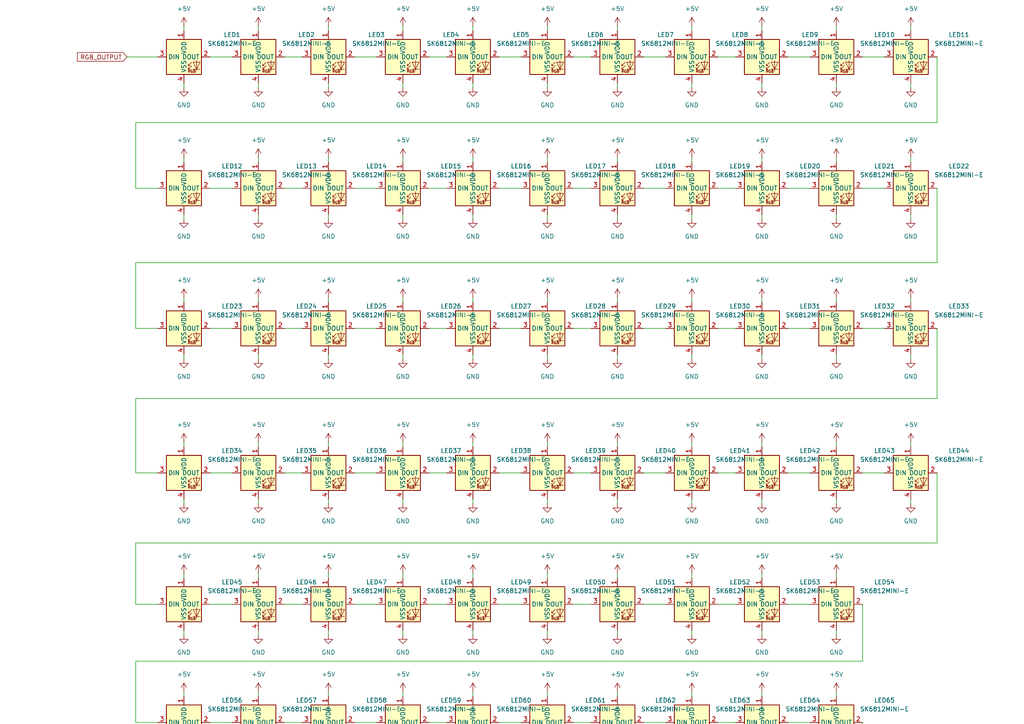
<source format=kicad_sch>
(kicad_sch (version 20250114) (generator "eeschema") (generator_version "9.0")
  (paper "A4")
  (wire (pts (xy 74.93 128.27) (xy 74.93 129.54)))
  (wire (pts (xy 271.78 137.16) (xy 271.78 157.48)))
  (wire (pts (xy 271.78 35.56) (xy 39.37 35.56)))
  (wire (pts (xy 250.19 16.51) (xy 256.54 16.51)))
  (wire (pts (xy 116.84 166.37) (xy 116.84 167.64)))
  (wire (pts (xy 220.98 24.13) (xy 220.98 25.4)))
  (wire (pts (xy 53.34 62.23) (xy 53.34 63.5)))
  (wire (pts (xy 271.78 76.2) (xy 39.37 76.2)))
  (wire (pts (xy 200.66 45.72) (xy 200.66 46.99)))
  (wire (pts (xy 116.84 144.78) (xy 116.84 146.05)))
  (wire (pts (xy 179.07 144.78) (xy 179.07 146.05)))
  (wire (pts (xy 186.69 54.61) (xy 193.04 54.61)))
  (wire (pts (xy 137.16 128.27) (xy 137.16 129.54)))
  (wire (pts (xy 242.57 128.27) (xy 242.57 129.54)))
  (wire (pts (xy 74.93 45.72) (xy 74.93 46.99)))
  (wire (pts (xy 53.34 200.66) (xy 53.34 201.93)))
  (wire (pts (xy 53.34 128.27) (xy 53.34 129.54)))
  (wire (pts (xy 53.34 144.78) (xy 53.34 146.05)))
  (wire (pts (xy 242.57 200.66) (xy 242.57 201.93)))
  (wire (pts (xy 53.34 7.62) (xy 53.34 8.89)))
  (wire (pts (xy 82.55 137.16) (xy 87.63 137.16)))
  (wire (pts (xy 144.78 95.25) (xy 151.13 95.25)))
  (wire (pts (xy 158.75 45.72) (xy 158.75 46.99)))
  (wire (pts (xy 200.66 269.24) (xy 200.66 270.51)))
  (wire (pts (xy 116.84 182.88) (xy 116.84 184.15)))
  (wire (pts (xy 186.69 209.55) (xy 193.04 209.55)))
  (wire (pts (xy 264.16 62.23) (xy 264.16 63.5)))
  (wire (pts (xy 53.34 269.24) (xy 53.34 270.51)))
  (wire (pts (xy 220.98 234.95) (xy 220.98 236.22)))
  (wire (pts (xy 60.96 95.25) (xy 67.31 95.25)))
  (wire (pts (xy 95.25 217.17) (xy 95.25 218.44)))
  (wire (pts (xy 39.37 243.84) (xy 45.72 243.84)))
  (wire (pts (xy 95.25 285.75) (xy 95.25 287.02)))
  (wire (pts (xy 200.66 102.87) (xy 200.66 104.14)))
  (wire (pts (xy 242.57 7.62) (xy 242.57 8.89)))
  (wire (pts (xy 39.37 157.48) (xy 39.37 175.26)))
  (wire (pts (xy 137.16 45.72) (xy 137.16 46.99)))
  (wire (pts (xy 264.16 86.36) (xy 264.16 87.63)))
  (wire (pts (xy 220.98 285.75) (xy 220.98 287.02)))
  (wire (pts (xy 208.28 175.26) (xy 213.36 175.26)))
  (wire (pts (xy 200.66 251.46) (xy 200.66 252.73)))
  (wire (pts (xy 144.78 16.51) (xy 151.13 16.51)))
  (wire (pts (xy 39.37 278.13) (xy 45.72 278.13)))
  (wire (pts (xy 137.16 217.17) (xy 137.16 218.44)))
  (wire (pts (xy 39.37 95.25) (xy 45.72 95.25)))
  (wire (pts (xy 74.93 251.46) (xy 74.93 252.73)))
  (wire (pts (xy 179.07 166.37) (xy 179.07 167.64)))
  (wire (pts (xy 264.16 102.87) (xy 264.16 104.14)))
  (wire (pts (xy 137.16 166.37) (xy 137.16 167.64)))
  (wire (pts (xy 250.19 226.06) (xy 39.37 226.06)))
  (wire (pts (xy 158.75 251.46) (xy 158.75 252.73)))
  (wire (pts (xy 95.25 269.24) (xy 95.25 270.51)))
  (wire (pts (xy 74.93 269.24) (xy 74.93 270.51)))
  (wire (pts (xy 39.37 209.55) (xy 45.72 209.55)))
  (wire (pts (xy 102.87 95.25) (xy 109.22 95.25)))
  (wire (pts (xy 200.66 24.13) (xy 200.66 25.4)))
  (wire (pts (xy 186.69 95.25) (xy 193.04 95.25)))
  (wire (pts (xy 186.69 175.26) (xy 193.04 175.26)))
  (wire (pts (xy 60.96 209.55) (xy 67.31 209.55)))
  (wire (pts (xy 200.66 200.66) (xy 200.66 201.93)))
  (wire (pts (xy 208.28 137.16) (xy 213.36 137.16)))
  (wire (pts (xy 102.87 175.26) (xy 109.22 175.26)))
  (wire (pts (xy 116.84 102.87) (xy 116.84 104.14)))
  (wire (pts (xy 144.78 137.16) (xy 151.13 137.16)))
  (wire (pts (xy 250.19 261.62) (xy 39.37 261.62)))
  (wire (pts (xy 179.07 182.88) (xy 179.07 184.15)))
  (wire (pts (xy 74.93 166.37) (xy 74.93 167.64)))
  (wire (pts (xy 39.37 76.2) (xy 39.37 95.25)))
  (wire (pts (xy 186.69 278.13) (xy 193.04 278.13)))
  (wire (pts (xy 158.75 62.23) (xy 158.75 63.5)))
  (wire (pts (xy 166.37 209.55) (xy 171.45 209.55)))
  (wire (pts (xy 116.84 285.75) (xy 116.84 287.02)))
  (wire (pts (xy 158.75 285.75) (xy 158.75 287.02)))
  (wire (pts (xy 179.07 7.62) (xy 179.07 8.89)))
  (wire (pts (xy 179.07 285.75) (xy 179.07 287.02)))
  (wire (pts (xy 116.84 24.13) (xy 116.84 25.4)))
  (wire (pts (xy 228.6 137.16) (xy 234.95 137.16)))
  (wire (pts (xy 242.57 24.13) (xy 242.57 25.4)))
  (wire (pts (xy 220.98 269.24) (xy 220.98 270.51)))
  (wire (pts (xy 39.37 137.16) (xy 45.72 137.16)))
  (wire (pts (xy 74.93 182.88) (xy 74.93 184.15)))
  (wire (pts (xy 137.16 144.78) (xy 137.16 146.05)))
  (wire (pts (xy 186.69 16.51) (xy 193.04 16.51)))
  (wire (pts (xy 158.75 128.27) (xy 158.75 129.54)))
  (wire (pts (xy 95.25 200.66) (xy 95.25 201.93)))
  (wire (pts (xy 82.55 54.61) (xy 87.63 54.61)))
  (wire (pts (xy 228.6 278.13) (xy 234.95 278.13)))
  (wire (pts (xy 179.07 62.23) (xy 179.07 63.5)))
  (wire (pts (xy 74.93 62.23) (xy 74.93 63.5)))
  (wire (pts (xy 53.34 182.88) (xy 53.34 184.15)))
  (wire (pts (xy 271.78 16.51) (xy 271.78 35.56)))
  (wire (pts (xy 53.34 251.46) (xy 53.34 252.73)))
  (wire (pts (xy 124.46 95.25) (xy 129.54 95.25)))
  (wire (pts (xy 144.78 209.55) (xy 151.13 209.55)))
  (wire (pts (xy 116.84 62.23) (xy 116.84 63.5)))
  (wire (pts (xy 95.25 24.13) (xy 95.25 25.4)))
  (wire (pts (xy 137.16 269.24) (xy 137.16 270.51)))
  (wire (pts (xy 158.75 200.66) (xy 158.75 201.93)))
  (wire (pts (xy 39.37 35.56) (xy 39.37 54.61)))
  (wire (pts (xy 74.93 234.95) (xy 74.93 236.22)))
  (wire (pts (xy 200.66 217.17) (xy 200.66 218.44)))
  (wire (pts (xy 39.37 261.62) (xy 39.37 278.13)))
  (wire (pts (xy 250.19 54.61) (xy 256.54 54.61)))
  (wire (pts (xy 116.84 128.27) (xy 116.84 129.54)))
  (wire (pts (xy 124.46 278.13) (xy 129.54 278.13)))
  (wire (pts (xy 200.66 182.88) (xy 200.66 184.15)))
  (wire (pts (xy 102.87 137.16) (xy 109.22 137.16)))
  (wire (pts (xy 116.84 45.72) (xy 116.84 46.99)))
  (wire (pts (xy 250.19 191.77) (xy 39.37 191.77)))
  (wire (pts (xy 228.6 54.61) (xy 234.95 54.61)))
  (wire (pts (xy 200.66 234.95) (xy 200.66 236.22)))
  (wire (pts (xy 228.6 209.55) (xy 234.95 209.55)))
  (wire (pts (xy 200.66 144.78) (xy 200.66 146.05)))
  (wire (pts (xy 158.75 217.17) (xy 158.75 218.44)))
  (wire (pts (xy 74.93 7.62) (xy 74.93 8.89)))
  (wire (pts (xy 137.16 251.46) (xy 137.16 252.73)))
  (wire (pts (xy 116.84 269.24) (xy 116.84 270.51)))
  (wire (pts (xy 242.57 45.72) (xy 242.57 46.99)))
  (wire (pts (xy 39.37 226.06) (xy 39.37 243.84)))
  (wire (pts (xy 116.84 7.62) (xy 116.84 8.89)))
  (wire (pts (xy 158.75 102.87) (xy 158.75 104.14)))
  (wire (pts (xy 124.46 54.61) (xy 129.54 54.61)))
  (wire (pts (xy 53.34 285.75) (xy 53.34 287.02)))
  (wire (pts (xy 242.57 217.17) (xy 242.57 218.44)))
  (wire (pts (xy 53.34 217.17) (xy 53.34 218.44)))
  (wire (pts (xy 208.28 16.51) (xy 213.36 16.51)))
  (wire (pts (xy 53.34 45.72) (xy 53.34 46.99)))
  (wire (pts (xy 220.98 251.46) (xy 220.98 252.73)))
  (wire (pts (xy 250.19 243.84) (xy 250.19 261.62)))
  (wire (pts (xy 82.55 278.13) (xy 87.63 278.13)))
  (wire (pts (xy 242.57 269.24) (xy 242.57 270.51)))
  (wire (pts (xy 95.25 45.72) (xy 95.25 46.99)))
  (wire (pts (xy 60.96 243.84) (xy 67.31 243.84)))
  (wire (pts (xy 144.78 54.61) (xy 151.13 54.61)))
  (wire (pts (xy 220.98 166.37) (xy 220.98 167.64)))
  (wire (pts (xy 200.66 7.62) (xy 200.66 8.89)))
  (wire (pts (xy 179.07 200.66) (xy 179.07 201.93)))
  (wire (pts (xy 220.98 45.72) (xy 220.98 46.99)))
  (wire (pts (xy 271.78 54.61) (xy 271.78 76.2)))
  (wire (pts (xy 228.6 175.26) (xy 234.95 175.26)))
  (wire (pts (xy 220.98 86.36) (xy 220.98 87.63)))
  (wire (pts (xy 220.98 182.88) (xy 220.98 184.15)))
  (wire (pts (xy 186.69 137.16) (xy 193.04 137.16)))
  (wire (pts (xy 208.28 95.25) (xy 213.36 95.25)))
  (wire (pts (xy 102.87 16.51) (xy 109.22 16.51)))
  (wire (pts (xy 166.37 16.51) (xy 171.45 16.51)))
  (wire (pts (xy 208.28 243.84) (xy 213.36 243.84)))
  (wire (pts (xy 250.19 209.55) (xy 250.19 226.06)))
  (wire (pts (xy 158.75 86.36) (xy 158.75 87.63)))
  (wire (pts (xy 60.96 16.51) (xy 67.31 16.51)))
  (wire (pts (xy 271.78 95.25) (xy 271.78 115.57)))
  (wire (pts (xy 264.16 144.78) (xy 264.16 146.05)))
  (wire (pts (xy 208.28 209.55) (xy 213.36 209.55)))
  (wire (pts (xy 166.37 95.25) (xy 171.45 95.25)))
  (wire (pts (xy 95.25 182.88) (xy 95.25 184.15)))
  (wire (pts (xy 60.96 175.26) (xy 67.31 175.26)))
  (wire (pts (xy 271.78 157.48) (xy 39.37 157.48)))
  (wire (pts (xy 220.98 128.27) (xy 220.98 129.54)))
  (wire (pts (xy 95.25 166.37) (xy 95.25 167.64)))
  (wire (pts (xy 95.25 128.27) (xy 95.25 129.54)))
  (wire (pts (xy 179.07 45.72) (xy 179.07 46.99)))
  (wire (pts (xy 264.16 24.13) (xy 264.16 25.4)))
  (wire (pts (xy 95.25 251.46) (xy 95.25 252.73)))
  (wire (pts (xy 264.16 128.27) (xy 264.16 129.54)))
  (wire (pts (xy 124.46 209.55) (xy 129.54 209.55)))
  (wire (pts (xy 228.6 16.51) (xy 234.95 16.51)))
  (wire (pts (xy 137.16 86.36) (xy 137.16 87.63)))
  (wire (pts (xy 116.84 234.95) (xy 116.84 236.22)))
  (wire (pts (xy 95.25 86.36) (xy 95.25 87.63)))
  (wire (pts (xy 116.84 200.66) (xy 116.84 201.93)))
  (wire (pts (xy 242.57 86.36) (xy 242.57 87.63)))
  (wire (pts (xy 95.25 144.78) (xy 95.25 146.05)))
  (wire (pts (xy 220.98 200.66) (xy 220.98 201.93)))
  (wire (pts (xy 242.57 144.78) (xy 242.57 146.05)))
  (wire (pts (xy 158.75 166.37) (xy 158.75 167.64)))
  (wire (pts (xy 144.78 175.26) (xy 151.13 175.26)))
  (wire (pts (xy 39.37 54.61) (xy 45.72 54.61)))
  (wire (pts (xy 242.57 182.88) (xy 242.57 184.15)))
  (wire (pts (xy 200.66 128.27) (xy 200.66 129.54)))
  (wire (pts (xy 158.75 182.88) (xy 158.75 184.15)))
  (wire (pts (xy 179.07 234.95) (xy 179.07 236.22)))
  (wire (pts (xy 102.87 209.55) (xy 109.22 209.55)))
  (wire (pts (xy 53.34 234.95) (xy 53.34 236.22)))
  (wire (pts (xy 200.66 285.75) (xy 200.66 287.02)))
  (wire (pts (xy 144.78 278.13) (xy 151.13 278.13)))
  (wire (pts (xy 200.66 166.37) (xy 200.66 167.64)))
  (wire (pts (xy 82.55 16.51) (xy 87.63 16.51)))
  (wire (pts (xy 242.57 285.75) (xy 242.57 287.02)))
  (wire (pts (xy 144.78 243.84) (xy 151.13 243.84)))
  (wire (pts (xy 179.07 102.87) (xy 179.07 104.14)))
  (wire (pts (xy 124.46 16.51) (xy 129.54 16.51)))
  (wire (pts (xy 166.37 137.16) (xy 171.45 137.16)))
  (wire (pts (xy 166.37 278.13) (xy 171.45 278.13)))
  (wire (pts (xy 220.98 144.78) (xy 220.98 146.05)))
  (wire (pts (xy 82.55 175.26) (xy 87.63 175.26)))
  (wire (pts (xy 74.93 200.66) (xy 74.93 201.93)))
  (wire (pts (xy 200.66 86.36) (xy 200.66 87.63)))
  (wire (pts (xy 74.93 217.17) (xy 74.93 218.44)))
  (wire (pts (xy 102.87 278.13) (xy 109.22 278.13)))
  (wire (pts (xy 53.34 102.87) (xy 53.34 104.14)))
  (wire (pts (xy 179.07 217.17) (xy 179.07 218.44)))
  (wire (pts (xy 208.28 278.13) (xy 213.36 278.13)))
  (wire (pts (xy 53.34 86.36) (xy 53.34 87.63)))
  (wire (pts (xy 60.96 137.16) (xy 67.31 137.16)))
  (wire (pts (xy 60.96 278.13) (xy 67.31 278.13)))
  (wire (pts (xy 179.07 128.27) (xy 179.07 129.54)))
  (wire (pts (xy 179.07 24.13) (xy 179.07 25.4)))
  (wire (pts (xy 242.57 234.95) (xy 242.57 236.22)))
  (wire (pts (xy 200.66 62.23) (xy 200.66 63.5)))
  (wire (pts (xy 158.75 144.78) (xy 158.75 146.05)))
  (wire (pts (xy 53.34 166.37) (xy 53.34 167.64)))
  (wire (pts (xy 228.6 243.84) (xy 234.95 243.84)))
  (wire (pts (xy 74.93 285.75) (xy 74.93 287.02)))
  (wire (pts (xy 208.28 54.61) (xy 213.36 54.61)))
  (wire (pts (xy 102.87 54.61) (xy 109.22 54.61)))
  (wire (pts (xy 158.75 269.24) (xy 158.75 270.51)))
  (wire (pts (xy 264.16 7.62) (xy 264.16 8.89)))
  (wire (pts (xy 250.19 95.25) (xy 256.54 95.25)))
  (wire (pts (xy 179.07 86.36) (xy 179.07 87.63)))
  (wire (pts (xy 95.25 7.62) (xy 95.25 8.89)))
  (wire (pts (xy 74.93 86.36) (xy 74.93 87.63)))
  (wire (pts (xy 74.93 144.78) (xy 74.93 146.05)))
  (wire (pts (xy 39.37 175.26) (xy 45.72 175.26)))
  (wire (pts (xy 137.16 24.13) (xy 137.16 25.4)))
  (wire (pts (xy 179.07 269.24) (xy 179.07 270.51)))
  (wire (pts (xy 166.37 54.61) (xy 171.45 54.61)))
  (wire (pts (xy 220.98 102.87) (xy 220.98 104.14)))
  (wire (pts (xy 137.16 102.87) (xy 137.16 104.14)))
  (wire (pts (xy 158.75 24.13) (xy 158.75 25.4)))
  (wire (pts (xy 264.16 45.72) (xy 264.16 46.99)))
  (wire (pts (xy 95.25 62.23) (xy 95.25 63.5)))
  (wire (pts (xy 74.93 102.87) (xy 74.93 104.14)))
  (wire (pts (xy 39.37 191.77) (xy 39.37 209.55)))
  (wire (pts (xy 242.57 102.87) (xy 242.57 104.14)))
  (wire (pts (xy 137.16 62.23) (xy 137.16 63.5)))
  (wire (pts (xy 53.34 24.13) (xy 53.34 25.4)))
  (wire (pts (xy 158.75 234.95) (xy 158.75 236.22)))
  (wire (pts (xy 82.55 243.84) (xy 87.63 243.84)))
  (wire (pts (xy 124.46 175.26) (xy 129.54 175.26)))
  (wire (pts (xy 102.87 243.84) (xy 109.22 243.84)))
  (wire (pts (xy 39.37 115.57) (xy 39.37 137.16)))
  (wire (pts (xy 166.37 175.26) (xy 171.45 175.26)))
  (wire (pts (xy 36.83 16.51) (xy 45.72 16.51)))
  (wire (pts (xy 82.55 95.25) (xy 87.63 95.25)))
  (wire (pts (xy 137.16 200.66) (xy 137.16 201.93)))
  (wire (pts (xy 124.46 243.84) (xy 129.54 243.84)))
  (wire (pts (xy 158.75 7.62) (xy 158.75 8.89)))
  (wire (pts (xy 242.57 62.23) (xy 242.57 63.5)))
  (wire (pts (xy 116.84 251.46) (xy 116.84 252.73)))
  (wire (pts (xy 74.93 24.13) (xy 74.93 25.4)))
  (wire (pts (xy 137.16 285.75) (xy 137.16 287.02)))
  (wire (pts (xy 179.07 251.46) (xy 179.07 252.73)))
  (wire (pts (xy 220.98 7.62) (xy 220.98 8.89)))
  (wire (pts (xy 242.57 251.46) (xy 242.57 252.73)))
  (wire (pts (xy 116.84 86.36) (xy 116.84 87.63)))
  (wire (pts (xy 220.98 217.17) (xy 220.98 218.44)))
  (wire (pts (xy 250.19 175.26) (xy 250.19 191.77)))
  (wire (pts (xy 166.37 243.84) (xy 171.45 243.84)))
  (wire (pts (xy 60.96 54.61) (xy 67.31 54.61)))
  (wire (pts (xy 95.25 102.87) (xy 95.25 104.14)))
  (wire (pts (xy 39.37 115.57) (xy 271.78 115.57)))
  (wire (pts (xy 124.46 137.16) (xy 129.54 137.16)))
  (wire (pts (xy 137.16 234.95) (xy 137.16 236.22)))
  (wire (pts (xy 250.19 137.16) (xy 256.54 137.16)))
  (wire (pts (xy 116.84 217.17) (xy 116.84 218.44)))
  (wire (pts (xy 220.98 62.23) (xy 220.98 63.5)))
  (wire (pts (xy 137.16 7.62) (xy 137.16 8.89)))
  (wire (pts (xy 242.57 166.37) (xy 242.57 167.64)))
  (wire (pts (xy 95.25 234.95) (xy 95.25 236.22)))
  (wire (pts (xy 228.6 95.25) (xy 234.95 95.25)))
  (wire (pts (xy 137.16 182.88) (xy 137.16 184.15)))
  (wire (pts (xy 82.55 209.55) (xy 87.63 209.55)))
  (wire (pts (xy 186.69 243.84) (xy 193.04 243.84)))
  (global_label "RGB_OUTPUT" (shape input) (at 36.83 16.51 180) (property "Intersheetrefs" "${INTERSHEET_REFS}" (effects (hide yes))))
  (symbol (lib_id "power:GND") (at 200.66 146.05 0) (unit 1)
    (property "Reference" "#PWR0153" (effects (hide yes)))
    (property "Value" "GND" (at 200.66 151.13 0))
    (property "Description" "Power symbol creates a global label with name \"GND\" , ground" (effects (hide yes)))
  )
  (symbol (lib_id "power:GND") (at 95.25 146.05 0) (unit 1)
    (property "Reference" "#PWR073" (effects (hide yes)))
    (property "Value" "GND" (at 95.25 151.13 0))
    (property "Description" "Power symbol creates a global label with name \"GND\" , ground" (effects (hide yes)))
  )
  (symbol (lib_id "power:+5V") (at 242.57 128.27 0) (unit 1)
    (property "Reference" "#PWR0184" (effects (hide yes)))
    (property "Value" "+5V" (at 242.57 123.19 0))
    (property "Description" "Power symbol creates a global label with name \"+5V\"" (effects (hide yes)))
  )
  (symbol (lib_id "power:+5V") (at 53.34 86.36 0) (unit 1)
    (property "Reference" "#PWR038" (effects (hide yes)))
    (property "Value" "+5V" (at 53.34 81.28 0))
    (property "Description" "Power symbol creates a global label with name \"+5V\"" (effects (hide yes)))
  )
  (symbol (lib_id "power:+5V") (at 242.57 200.66 0) (unit 1)
    (property "Reference" "#PWR0188" (effects (hide yes)))
    (property "Value" "+5V" (at 242.57 195.58 0))
    (property "Description" "Power symbol creates a global label with name \"+5V\"" (effects (hide yes)))
  )
  (symbol (lib_id "power:+5V") (at 242.57 234.95 0) (unit 1)
    (property "Reference" "#PWR0190" (effects (hide yes)))
    (property "Value" "+5V" (at 242.57 229.87 0))
    (property "Description" "Power symbol creates a global label with name \"+5V\"" (effects (hide yes)))
  )
  (symbol (lib_id "PCM_marbastlib-various:SK6812MINI-E") (at 220.98 278.13 0) (unit 1)
    (property "Reference" "LED86" (at 234.95 271.7098 0))
    (property "Value" "SK6812MINI-E" (at 234.95 274.2498 0))
    (property "Footprint" "PCM_marbastlib-various:LED_6028R" (effects (hide yes)))
    (property "Description" "Reverse mount adressable LED (WS2812 protocol)" (effects (hide yes)))
  )
  (symbol (lib_id "PCM_marbastlib-various:SK6812MINI-E") (at 179.07 278.13 0) (unit 1)
    (property "Reference" "LED84" (at 193.04 271.7098 0))
    (property "Value" "SK6812MINI-E" (at 193.04 274.2498 0))
    (property "Footprint" "PCM_marbastlib-various:LED_6028R" (effects (hide yes)))
    (property "Description" "Reverse mount adressable LED (WS2812 protocol)" (effects (hide yes)))
  )
  (symbol (lib_id "power:GND") (at 220.98 252.73 0) (unit 1)
    (property "Reference" "#PWR0175" (effects (hide yes)))
    (property "Value" "GND" (at 220.98 257.81 0))
    (property "Description" "Power symbol creates a global label with name \"GND\" , ground" (effects (hide yes)))
  )
  (symbol (lib_id "PCM_marbastlib-various:SK6812MINI-E") (at 116.84 278.13 0) (unit 1)
    (property "Reference" "LED81" (at 130.81 271.7098 0))
    (property "Value" "SK6812MINI-E" (at 130.81 274.2498 0))
    (property "Footprint" "PCM_marbastlib-various:LED_6028R" (effects (hide yes)))
    (property "Description" "Reverse mount adressable LED (WS2812 protocol)" (effects (hide yes)))
  )
  (symbol (lib_id "power:GND") (at 137.16 287.02 0) (unit 1)
    (property "Reference" "#PWR0113" (effects (hide yes)))
    (property "Value" "GND" (at 137.16 292.1 0))
    (property "Description" "Power symbol creates a global label with name \"GND\" , ground" (effects (hide yes)))
  )
  (symbol (lib_id "PCM_marbastlib-various:SK6812MINI-E") (at 158.75 137.16 0) (unit 1)
    (property "Reference" "LED39" (at 172.72 130.7398 0))
    (property "Value" "SK6812MINI-E" (at 172.72 133.2798 0))
    (property "Footprint" "PCM_marbastlib-various:LED_6028R" (effects (hide yes)))
    (property "Description" "Reverse mount adressable LED (WS2812 protocol)" (effects (hide yes)))
  )
  (symbol (lib_id "power:GND") (at 53.34 63.5 0) (unit 1)
    (property "Reference" "#PWR037" (effects (hide yes)))
    (property "Value" "GND" (at 53.34 68.58 0))
    (property "Description" "Power symbol creates a global label with name \"GND\" , ground" (effects (hide yes)))
  )
  (symbol (lib_id "power:GND") (at 116.84 146.05 0) (unit 1)
    (property "Reference" "#PWR089" (effects (hide yes)))
    (property "Value" "GND" (at 116.84 151.13 0))
    (property "Description" "Power symbol creates a global label with name \"GND\" , ground" (effects (hide yes)))
  )
  (symbol (lib_id "power:+5V") (at 200.66 86.36 0) (unit 1)
    (property "Reference" "#PWR0150" (effects (hide yes)))
    (property "Value" "+5V" (at 200.66 81.28 0))
    (property "Description" "Power symbol creates a global label with name \"+5V\"" (effects (hide yes)))
  )
  (symbol (lib_id "power:GND") (at 220.98 104.14 0) (unit 1)
    (property "Reference" "#PWR0167" (effects (hide yes)))
    (property "Value" "GND" (at 220.98 109.22 0))
    (property "Description" "Power symbol creates a global label with name \"GND\" , ground" (effects (hide yes)))
  )
  (symbol (lib_id "PCM_marbastlib-various:SK6812MINI-E") (at 137.16 243.84 0) (unit 1)
    (property "Reference" "LED71" (at 151.13 237.4198 0))
    (property "Value" "SK6812MINI-E" (at 151.13 239.9598 0))
    (property "Footprint" "PCM_marbastlib-various:LED_6028R" (effects (hide yes)))
    (property "Description" "Reverse mount adressable LED (WS2812 protocol)" (effects (hide yes)))
  )
  (symbol (lib_id "power:GND") (at 74.93 287.02 0) (unit 1)
    (property "Reference" "#PWR065" (effects (hide yes)))
    (property "Value" "GND" (at 74.93 292.1 0))
    (property "Description" "Power symbol creates a global label with name \"GND\" , ground" (effects (hide yes)))
  )
  (symbol (lib_id "power:+5V") (at 53.34 166.37 0) (unit 1)
    (property "Reference" "#PWR042" (effects (hide yes)))
    (property "Value" "+5V" (at 53.34 161.29 0))
    (property "Description" "Power symbol creates a global label with name \"+5V\"" (effects (hide yes)))
  )
  (symbol (lib_id "power:GND") (at 179.07 25.4 0) (unit 1)
    (property "Reference" "#PWR0131" (effects (hide yes)))
    (property "Value" "GND" (at 179.07 30.48 0))
    (property "Description" "Power symbol creates a global label with name \"GND\" , ground" (effects (hide yes)))
  )
  (symbol (lib_id "power:+5V") (at 179.07 128.27 0) (unit 1)
    (property "Reference" "#PWR0136" (effects (hide yes)))
    (property "Value" "+5V" (at 179.07 123.19 0))
    (property "Description" "Power symbol creates a global label with name \"+5V\"" (effects (hide yes)))
  )
  (symbol (lib_id "power:GND") (at 137.16 63.5 0) (unit 1)
    (property "Reference" "#PWR0101" (effects (hide yes)))
    (property "Value" "GND" (at 137.16 68.58 0))
    (property "Description" "Power symbol creates a global label with name \"GND\" , ground" (effects (hide yes)))
  )
  (symbol (lib_id "PCM_marbastlib-various:SK6812MINI-E") (at 53.34 137.16 0) (unit 1)
    (property "Reference" "LED34" (at 67.31 130.7398 0))
    (property "Value" "SK6812MINI-E" (at 67.31 133.2798 0))
    (property "Footprint" "PCM_marbastlib-various:LED_6028R" (effects (hide yes)))
    (property "Description" "Reverse mount adressable LED (WS2812 protocol)" (effects (hide yes)))
  )
  (symbol (lib_id "power:+5V") (at 158.75 86.36 0) (unit 1)
    (property "Reference" "#PWR0118" (effects (hide yes)))
    (property "Value" "+5V" (at 158.75 81.28 0))
    (property "Description" "Power symbol creates a global label with name \"+5V\"" (effects (hide yes)))
  )
  (symbol (lib_id "power:+5V") (at 95.25 234.95 0) (unit 1)
    (property "Reference" "#PWR078" (effects (hide yes)))
    (property "Value" "+5V" (at 95.25 229.87 0))
    (property "Description" "Power symbol creates a global label with name \"+5V\"" (effects (hide yes)))
  )
  (symbol (lib_id "power:GND") (at 116.84 184.15 0) (unit 1)
    (property "Reference" "#PWR091" (effects (hide yes)))
    (property "Value" "GND" (at 116.84 189.23 0))
    (property "Description" "Power symbol creates a global label with name \"GND\" , ground" (effects (hide yes)))
  )
  (symbol (lib_id "PCM_marbastlib-various:SK6812MINI-E") (at 116.84 175.26 0) (unit 1)
    (property "Reference" "LED48" (at 130.81 168.8398 0))
    (property "Value" "SK6812MINI-E" (at 130.81 171.3798 0))
    (property "Footprint" "PCM_marbastlib-various:LED_6028R" (effects (hide yes)))
    (property "Description" "Reverse mount adressable LED (WS2812 protocol)" (effects (hide yes)))
  )
  (symbol (lib_id "power:+5V") (at 137.16 86.36 0) (unit 1)
    (property "Reference" "#PWR0102" (effects (hide yes)))
    (property "Value" "+5V" (at 137.16 81.28 0))
    (property "Description" "Power symbol creates a global label with name \"+5V\"" (effects (hide yes)))
  )
  (symbol (lib_id "power:GND") (at 53.34 184.15 0) (unit 1)
    (property "Reference" "#PWR043" (effects (hide yes)))
    (property "Value" "GND" (at 53.34 189.23 0))
    (property "Description" "Power symbol creates a global label with name \"GND\" , ground" (effects (hide yes)))
  )
  (symbol (lib_id "PCM_marbastlib-various:SK6812MINI-E") (at 116.84 95.25 0) (unit 1)
    (property "Reference" "LED26" (at 130.81 88.8298 0))
    (property "Value" "SK6812MINI-E" (at 130.81 91.3698 0))
    (property "Footprint" "PCM_marbastlib-various:LED_6028R" (effects (hide yes)))
    (property "Description" "Reverse mount adressable LED (WS2812 protocol)" (effects (hide yes)))
  )
  (symbol (lib_id "PCM_marbastlib-various:SK6812MINI-E") (at 116.84 54.61 0) (unit 1)
    (property "Reference" "LED15" (at 130.81 48.1898 0))
    (property "Value" "SK6812MINI-E" (at 130.81 50.7298 0))
    (property "Footprint" "PCM_marbastlib-various:LED_6028R" (effects (hide yes)))
    (property "Description" "Reverse mount adressable LED (WS2812 protocol)" (effects (hide yes)))
  )
  (symbol (lib_id "power:GND") (at 220.98 184.15 0) (unit 1)
    (property "Reference" "#PWR0171" (effects (hide yes)))
    (property "Value" "GND" (at 220.98 189.23 0))
    (property "Description" "Power symbol creates a global label with name \"GND\" , ground" (effects (hide yes)))
  )
  (symbol (lib_id "power:GND") (at 264.16 104.14 0) (unit 1)
    (property "Reference" "#PWR0199" (effects (hide yes)))
    (property "Value" "GND" (at 264.16 109.22 0))
    (property "Description" "Power symbol creates a global label with name \"GND\" , ground" (effects (hide yes)))
  )
  (symbol (lib_id "power:GND") (at 137.16 25.4 0) (unit 1)
    (property "Reference" "#PWR099" (effects (hide yes)))
    (property "Value" "GND" (at 137.16 30.48 0))
    (property "Description" "Power symbol creates a global label with name \"GND\" , ground" (effects (hide yes)))
  )
  (symbol (lib_id "power:+5V") (at 116.84 269.24 0) (unit 1)
    (property "Reference" "#PWR096" (effects (hide yes)))
    (property "Value" "+5V" (at 116.84 264.16 0))
    (property "Description" "Power symbol creates a global label with name \"+5V\"" (effects (hide yes)))
  )
  (symbol (lib_id "power:+5V") (at 137.16 7.62 0) (unit 1)
    (property "Reference" "#PWR098" (effects (hide yes)))
    (property "Value" "+5V" (at 137.16 2.54 0))
    (property "Description" "Power symbol creates a global label with name \"+5V\"" (effects (hide yes)))
  )
  (symbol (lib_id "power:+5V") (at 74.93 200.66 0) (unit 1)
    (property "Reference" "#PWR060" (effects (hide yes)))
    (property "Value" "+5V" (at 74.93 195.58 0))
    (property "Description" "Power symbol creates a global label with name \"+5V\"" (effects (hide yes)))
  )
  (symbol (lib_id "PCM_marbastlib-various:SK6812MINI-E") (at 220.98 175.26 0) (unit 1)
    (property "Reference" "LED53" (at 234.95 168.8398 0))
    (property "Value" "SK6812MINI-E" (at 234.95 171.3798 0))
    (property "Footprint" "PCM_marbastlib-various:LED_6028R" (effects (hide yes)))
    (property "Description" "Reverse mount adressable LED (WS2812 protocol)" (effects (hide yes)))
  )
  (symbol (lib_id "PCM_marbastlib-various:SK6812MINI-E") (at 74.93 137.16 0) (unit 1)
    (property "Reference" "LED35" (at 88.9 130.7398 0))
    (property "Value" "SK6812MINI-E" (at 88.9 133.2798 0))
    (property "Footprint" "PCM_marbastlib-various:LED_6028R" (effects (hide yes)))
    (property "Description" "Reverse mount adressable LED (WS2812 protocol)" (effects (hide yes)))
  )
  (symbol (lib_id "power:+5V") (at 116.84 86.36 0) (unit 1)
    (property "Reference" "#PWR086" (effects (hide yes)))
    (property "Value" "+5V" (at 116.84 81.28 0))
    (property "Description" "Power symbol creates a global label with name \"+5V\"" (effects (hide yes)))
  )
  (symbol (lib_id "power:+5V") (at 158.75 166.37 0) (unit 1)
    (property "Reference" "#PWR0122" (effects (hide yes)))
    (property "Value" "+5V" (at 158.75 161.29 0))
    (property "Description" "Power symbol creates a global label with name \"+5V\"" (effects (hide yes)))
  )
  (symbol (lib_id "PCM_marbastlib-various:SK6812MINI-E") (at 264.16 54.61 0) (unit 1)
    (property "Reference" "LED22" (at 278.13 48.1898 0))
    (property "Value" "SK6812MINI-E" (at 278.13 50.7298 0))
    (property "Footprint" "PCM_marbastlib-various:LED_6028R" (effects (hide yes)))
    (property "Description" "Reverse mount adressable LED (WS2812 protocol)" (effects (hide yes)))
  )
  (symbol (lib_id "PCM_marbastlib-various:SK6812MINI-E") (at 158.75 278.13 0) (unit 1)
    (property "Reference" "LED83" (at 172.72 271.7098 0))
    (property "Value" "SK6812MINI-E" (at 172.72 274.2498 0))
    (property "Footprint" "PCM_marbastlib-various:LED_6028R" (effects (hide yes)))
    (property "Description" "Reverse mount adressable LED (WS2812 protocol)" (effects (hide yes)))
  )
  (symbol (lib_id "PCM_marbastlib-various:SK6812MINI-E") (at 242.57 137.16 0) (unit 1)
    (property "Reference" "LED43" (at 256.54 130.7398 0))
    (property "Value" "SK6812MINI-E" (at 256.54 133.2798 0))
    (property "Footprint" "PCM_marbastlib-various:LED_6028R" (effects (hide yes)))
    (property "Description" "Reverse mount adressable LED (WS2812 protocol)" (effects (hide yes)))
  )
  (symbol (lib_id "power:GND") (at 200.66 63.5 0) (unit 1)
    (property "Reference" "#PWR0149" (effects (hide yes)))
    (property "Value" "GND" (at 200.66 68.58 0))
    (property "Description" "Power symbol creates a global label with name \"GND\" , ground" (effects (hide yes)))
  )
  (symbol (lib_id "power:+5V") (at 220.98 269.24 0) (unit 1)
    (property "Reference" "#PWR0176" (effects (hide yes)))
    (property "Value" "+5V" (at 220.98 264.16 0))
    (property "Description" "Power symbol creates a global label with name \"+5V\"" (effects (hide yes)))
  )
  (symbol (lib_id "power:+5V") (at 242.57 45.72 0) (unit 1)
    (property "Reference" "#PWR0180" (effects (hide yes)))
    (property "Value" "+5V" (at 242.57 40.64 0))
    (property "Description" "Power symbol creates a global label with name \"+5V\"" (effects (hide yes)))
  )
  (symbol (lib_id "power:+5V") (at 158.75 7.62 0) (unit 1)
    (property "Reference" "#PWR0114" (effects (hide yes)))
    (property "Value" "+5V" (at 158.75 2.54 0))
    (property "Description" "Power symbol creates a global label with name \"+5V\"" (effects (hide yes)))
  )
  (symbol (lib_id "power:+5V") (at 95.25 269.24 0) (unit 1)
    (property "Reference" "#PWR080" (effects (hide yes)))
    (property "Value" "+5V" (at 95.25 264.16 0))
    (property "Description" "Power symbol creates a global label with name \"+5V\"" (effects (hide yes)))
  )
  (symbol (lib_id "power:GND") (at 53.34 146.05 0) (unit 1)
    (property "Reference" "#PWR041" (effects (hide yes)))
    (property "Value" "GND" (at 53.34 151.13 0))
    (property "Description" "Power symbol creates a global label with name \"GND\" , ground" (effects (hide yes)))
  )
  (symbol (lib_id "power:GND") (at 95.25 287.02 0) (unit 1)
    (property "Reference" "#PWR081" (effects (hide yes)))
    (property "Value" "GND" (at 95.25 292.1 0))
    (property "Description" "Power symbol creates a global label with name \"GND\" , ground" (effects (hide yes)))
  )
  (symbol (lib_id "power:GND") (at 242.57 287.02 0) (unit 1)
    (property "Reference" "#PWR0193" (effects (hide yes)))
    (property "Value" "GND" (at 242.57 292.1 0))
    (property "Description" "Power symbol creates a global label with name \"GND\" , ground" (effects (hide yes)))
  )
  (symbol (lib_id "power:GND") (at 179.07 287.02 0) (unit 1)
    (property "Reference" "#PWR0145" (effects (hide yes)))
    (property "Value" "GND" (at 179.07 292.1 0))
    (property "Description" "Power symbol creates a global label with name \"GND\" , ground" (effects (hide yes)))
  )
  (symbol (lib_id "power:+5V") (at 74.93 128.27 0) (unit 1)
    (property "Reference" "#PWR056" (effects (hide yes)))
    (property "Value" "+5V" (at 74.93 123.19 0))
    (property "Description" "Power symbol creates a global label with name \"+5V\"" (effects (hide yes)))
  )
  (symbol (lib_id "power:GND") (at 200.66 25.4 0) (unit 1)
    (property "Reference" "#PWR0147" (effects (hide yes)))
    (property "Value" "GND" (at 200.66 30.48 0))
    (property "Description" "Power symbol creates a global label with name \"GND\" , ground" (effects (hide yes)))
  )
  (symbol (lib_id "power:+5V") (at 74.93 86.36 0) (unit 1)
    (property "Reference" "#PWR054" (effects (hide yes)))
    (property "Value" "+5V" (at 74.93 81.28 0))
    (property "Description" "Power symbol creates a global label with name \"+5V\"" (effects (hide yes)))
  )
  (symbol (lib_id "power:GND") (at 158.75 146.05 0) (unit 1)
    (property "Reference" "#PWR0121" (effects (hide yes)))
    (property "Value" "GND" (at 158.75 151.13 0))
    (property "Description" "Power symbol creates a global label with name \"GND\" , ground" (effects (hide yes)))
  )
  (symbol (lib_id "power:GND") (at 220.98 287.02 0) (unit 1)
    (property "Reference" "#PWR0177" (effects (hide yes)))
    (property "Value" "GND" (at 220.98 292.1 0))
    (property "Description" "Power symbol creates a global label with name \"GND\" , ground" (effects (hide yes)))
  )
  (symbol (lib_id "power:GND") (at 179.07 252.73 0) (unit 1)
    (property "Reference" "#PWR0143" (effects (hide yes)))
    (property "Value" "GND" (at 179.07 257.81 0))
    (property "Description" "Power symbol creates a global label with name \"GND\" , ground" (effects (hide yes)))
  )
  (symbol (lib_id "power:+5V") (at 220.98 128.27 0) (unit 1)
    (property "Reference" "#PWR0168" (effects (hide yes)))
    (property "Value" "+5V" (at 220.98 123.19 0))
    (property "Description" "Power symbol creates a global label with name \"+5V\"" (effects (hide yes)))
  )
  (symbol (lib_id "PCM_marbastlib-various:SK6812MINI-E") (at 220.98 209.55 0) (unit 1)
    (property "Reference" "LED64" (at 234.95 203.1298 0))
    (property "Value" "SK6812MINI-E" (at 234.95 205.6698 0))
    (property "Footprint" "PCM_marbastlib-various:LED_6028R" (effects (hide yes)))
    (property "Description" "Reverse mount adressable LED (WS2812 protocol)" (effects (hide yes)))
  )
  (symbol (lib_id "power:GND") (at 95.25 184.15 0) (unit 1)
    (property "Reference" "#PWR075" (effects (hide yes)))
    (property "Value" "GND" (at 95.25 189.23 0))
    (property "Description" "Power symbol creates a global label with name \"GND\" , ground" (effects (hide yes)))
  )
  (symbol (lib_id "PCM_marbastlib-various:SK6812MINI-E") (at 179.07 95.25 0) (unit 1)
    (property "Reference" "LED29" (at 193.04 88.8298 0))
    (property "Value" "SK6812MINI-E" (at 193.04 91.3698 0))
    (property "Footprint" "PCM_marbastlib-various:LED_6028R" (effects (hide yes)))
    (property "Description" "Reverse mount adressable LED (WS2812 protocol)" (effects (hide yes)))
  )
  (symbol (lib_id "PCM_marbastlib-various:SK6812MINI-E") (at 95.25 175.26 0) (unit 1)
    (property "Reference" "LED47" (at 109.22 168.8398 0))
    (property "Value" "SK6812MINI-E" (at 109.22 171.3798 0))
    (property "Footprint" "PCM_marbastlib-various:LED_6028R" (effects (hide yes)))
    (property "Description" "Reverse mount adressable LED (WS2812 protocol)" (effects (hide yes)))
  )
  (symbol (lib_id "power:+5V") (at 200.66 234.95 0) (unit 1)
    (property "Reference" "#PWR0158" (effects (hide yes)))
    (property "Value" "+5V" (at 200.66 229.87 0))
    (property "Description" "Power symbol creates a global label with name \"+5V\"" (effects (hide yes)))
  )
  (symbol (lib_id "PCM_marbastlib-various:SK6812MINI-E") (at 95.25 243.84 0) (unit 1)
    (property "Reference" "LED69" (at 109.22 237.4198 0))
    (property "Value" "SK6812MINI-E" (at 109.22 239.9598 0))
    (property "Footprint" "PCM_marbastlib-various:LED_6028R" (effects (hide yes)))
    (property "Description" "Reverse mount adressable LED (WS2812 protocol)" (effects (hide yes)))
  )
  (symbol (lib_id "PCM_marbastlib-various:SK6812MINI-E") (at 137.16 175.26 0) (unit 1)
    (property "Reference" "LED49" (at 151.13 168.8398 0))
    (property "Value" "SK6812MINI-E" (at 151.13 171.3798 0))
    (property "Footprint" "PCM_marbastlib-various:LED_6028R" (effects (hide yes)))
    (property "Description" "Reverse mount adressable LED (WS2812 protocol)" (effects (hide yes)))
  )
  (symbol (lib_id "PCM_marbastlib-various:SK6812MINI-E") (at 74.93 243.84 0) (unit 1)
    (property "Reference" "LED68" (at 88.9 237.4198 0))
    (property "Value" "SK6812MINI-E" (at 88.9 239.9598 0))
    (property "Footprint" "PCM_marbastlib-various:LED_6028R" (effects (hide yes)))
    (property "Description" "Reverse mount adressable LED (WS2812 protocol)" (effects (hide yes)))
  )
  (symbol (lib_id "PCM_marbastlib-various:SK6812MINI-E") (at 220.98 95.25 0) (unit 1)
    (property "Reference" "LED31" (at 234.95 88.8298 0))
    (property "Value" "SK6812MINI-E" (at 234.95 91.3698 0))
    (property "Footprint" "PCM_marbastlib-various:LED_6028R" (effects (hide yes)))
    (property "Description" "Reverse mount adressable LED (WS2812 protocol)" (effects (hide yes)))
  )
  (symbol (lib_id "PCM_marbastlib-various:SK6812MINI-E") (at 200.66 175.26 0) (unit 1)
    (property "Reference" "LED52" (at 214.63 168.8398 0))
    (property "Value" "SK6812MINI-E" (at 214.63 171.3798 0))
    (property "Footprint" "PCM_marbastlib-various:LED_6028R" (effects (hide yes)))
    (property "Description" "Reverse mount adressable LED (WS2812 protocol)" (effects (hide yes)))
  )
  (symbol (lib_id "PCM_marbastlib-various:SK6812MINI-E") (at 74.93 54.61 0) (unit 1)
    (property "Reference" "LED13" (at 88.9 48.1898 0))
    (property "Value" "SK6812MINI-E" (at 88.9 50.7298 0))
    (property "Footprint" "PCM_marbastlib-various:LED_6028R" (effects (hide yes)))
    (property "Description" "Reverse mount adressable LED (WS2812 protocol)" (effects (hide yes)))
  )
  (symbol (lib_id "power:GND") (at 179.07 104.14 0) (unit 1)
    (property "Reference" "#PWR0135" (effects (hide yes)))
    (property "Value" "GND" (at 179.07 109.22 0))
    (property "Description" "Power symbol creates a global label with name \"GND\" , ground" (effects (hide yes)))
  )
  (symbol (lib_id "PCM_marbastlib-various:SK6812MINI-E") (at 137.16 278.13 0) (unit 1)
    (property "Reference" "LED82" (at 151.13 271.7098 0))
    (property "Value" "SK6812MINI-E" (at 151.13 274.2498 0))
    (property "Footprint" "PCM_marbastlib-various:LED_6028R" (effects (hide yes)))
    (property "Description" "Reverse mount adressable LED (WS2812 protocol)" (effects (hide yes)))
  )
  (symbol (lib_id "PCM_marbastlib-various:SK6812MINI-E") (at 220.98 16.51 0) (unit 1)
    (property "Reference" "LED9" (at 234.95 10.0898 0))
    (property "Value" "SK6812MINI-E" (at 234.95 12.6298 0))
    (property "Footprint" "PCM_marbastlib-various:LED_6028R" (effects (hide yes)))
    (property "Description" "Reverse mount adressable LED (WS2812 protocol)" (effects (hide yes)))
  )
  (symbol (lib_id "power:GND") (at 200.66 104.14 0) (unit 1)
    (property "Reference" "#PWR0151" (effects (hide yes)))
    (property "Value" "GND" (at 200.66 109.22 0))
    (property "Description" "Power symbol creates a global label with name \"GND\" , ground" (effects (hide yes)))
  )
  (symbol (lib_id "PCM_marbastlib-various:SK6812MINI-E") (at 242.57 54.61 0) (unit 1)
    (property "Reference" "LED21" (at 256.54 48.1898 0))
    (property "Value" "SK6812MINI-E" (at 256.54 50.7298 0))
    (property "Footprint" "PCM_marbastlib-various:LED_6028R" (effects (hide yes)))
    (property "Description" "Reverse mount adressable LED (WS2812 protocol)" (effects (hide yes)))
  )
  (symbol (lib_id "PCM_marbastlib-various:SK6812MINI-E") (at 137.16 16.51 0) (unit 1)
    (property "Reference" "LED5" (at 151.13 10.0898 0))
    (property "Value" "SK6812MINI-E" (at 151.13 12.6298 0))
    (property "Footprint" "PCM_marbastlib-various:LED_6028R" (effects (hide yes)))
    (property "Description" "Reverse mount adressable LED (WS2812 protocol)" (effects (hide yes)))
  )
  (symbol (lib_id "PCM_marbastlib-various:SK6812MINI-E") (at 95.25 16.51 0) (unit 1)
    (property "Reference" "LED3" (at 109.22 10.0898 0))
    (property "Value" "SK6812MINI-E" (at 109.22 12.6298 0))
    (property "Footprint" "PCM_marbastlib-various:LED_6028R" (effects (hide yes)))
    (property "Description" "Reverse mount adressable LED (WS2812 protocol)" (effects (hide yes)))
  )
  (symbol (lib_id "PCM_marbastlib-various:SK6812MINI-E") (at 158.75 54.61 0) (unit 1)
    (property "Reference" "LED17" (at 172.72 48.1898 0))
    (property "Value" "SK6812MINI-E" (at 172.72 50.7298 0))
    (property "Footprint" "PCM_marbastlib-various:LED_6028R" (effects (hide yes)))
    (property "Description" "Reverse mount adressable LED (WS2812 protocol)" (effects (hide yes)))
  )
  (symbol (lib_id "power:+5V") (at 220.98 234.95 0) (unit 1)
    (property "Reference" "#PWR0174" (effects (hide yes)))
    (property "Value" "+5V" (at 220.98 229.87 0))
    (property "Description" "Power symbol creates a global label with name \"+5V\"" (effects (hide yes)))
  )
  (symbol (lib_id "power:+5V") (at 242.57 166.37 0) (unit 1)
    (property "Reference" "#PWR0186" (effects (hide yes)))
    (property "Value" "+5V" (at 242.57 161.29 0))
    (property "Description" "Power symbol creates a global label with name \"+5V\"" (effects (hide yes)))
  )
  (symbol (lib_id "power:GND") (at 95.25 25.4 0) (unit 1)
    (property "Reference" "#PWR067" (effects (hide yes)))
    (property "Value" "GND" (at 95.25 30.48 0))
    (property "Description" "Power symbol creates a global label with name \"GND\" , ground" (effects (hide yes)))
  )
  (symbol (lib_id "power:GND") (at 137.16 252.73 0) (unit 1)
    (property "Reference" "#PWR0111" (effects (hide yes)))
    (property "Value" "GND" (at 137.16 257.81 0))
    (property "Description" "Power symbol creates a global label with name \"GND\" , ground" (effects (hide yes)))
  )
  (symbol (lib_id "power:GND") (at 116.84 104.14 0) (unit 1)
    (property "Reference" "#PWR087" (effects (hide yes)))
    (property "Value" "GND" (at 116.84 109.22 0))
    (property "Description" "Power symbol creates a global label with name \"GND\" , ground" (effects (hide yes)))
  )
  (symbol (lib_id "power:+5V") (at 242.57 7.62 0) (unit 1)
    (property "Reference" "#PWR0178" (effects (hide yes)))
    (property "Value" "+5V" (at 242.57 2.54 0))
    (property "Description" "Power symbol creates a global label with name \"+5V\"" (effects (hide yes)))
  )
  (symbol (lib_id "power:GND") (at 220.98 146.05 0) (unit 1)
    (property "Reference" "#PWR0169" (effects (hide yes)))
    (property "Value" "GND" (at 220.98 151.13 0))
    (property "Description" "Power symbol creates a global label with name \"GND\" , ground" (effects (hide yes)))
  )
  (symbol (lib_id "power:+5V") (at 95.25 86.36 0) (unit 1)
    (property "Reference" "#PWR070" (effects (hide yes)))
    (property "Value" "+5V" (at 95.25 81.28 0))
    (property "Description" "Power symbol creates a global label with name \"+5V\"" (effects (hide yes)))
  )
  (symbol (lib_id "PCM_marbastlib-various:SK6812MINI-E") (at 242.57 95.25 0) (unit 1)
    (property "Reference" "LED32" (at 256.54 88.8298 0))
    (property "Value" "SK6812MINI-E" (at 256.54 91.3698 0))
    (property "Footprint" "PCM_marbastlib-various:LED_6028R" (effects (hide yes)))
    (property "Description" "Reverse mount adressable LED (WS2812 protocol)" (effects (hide yes)))
  )
  (symbol (lib_id "power:+5V") (at 137.16 234.95 0) (unit 1)
    (property "Reference" "#PWR0110" (effects (hide yes)))
    (property "Value" "+5V" (at 137.16 229.87 0))
    (property "Description" "Power symbol creates a global label with name \"+5V\"" (effects (hide yes)))
  )
  (symbol (lib_id "power:GND") (at 53.34 218.44 0) (unit 1)
    (property "Reference" "#PWR045" (effects (hide yes)))
    (property "Value" "GND" (at 53.34 223.52 0))
    (property "Description" "Power symbol creates a global label with name \"GND\" , ground" (effects (hide yes)))
  )
  (symbol (lib_id "PCM_marbastlib-various:SK6812MINI-E") (at 53.34 175.26 0) (unit 1)
    (property "Reference" "LED45" (at 67.31 168.8398 0))
    (property "Value" "SK6812MINI-E" (at 67.31 171.3798 0))
    (property "Footprint" "PCM_marbastlib-various:LED_6028R" (effects (hide yes)))
    (property "Description" "Reverse mount adressable LED (WS2812 protocol)" (effects (hide yes)))
  )
  (symbol (lib_id "power:GND") (at 116.84 287.02 0) (unit 1)
    (property "Reference" "#PWR097" (effects (hide yes)))
    (property "Value" "GND" (at 116.84 292.1 0))
    (property "Description" "Power symbol creates a global label with name \"GND\" , ground" (effects (hide yes)))
  )
  (symbol (lib_id "power:+5V") (at 116.84 200.66 0) (unit 1)
    (property "Reference" "#PWR092" (effects (hide yes)))
    (property "Value" "+5V" (at 116.84 195.58 0))
    (property "Description" "Power symbol creates a global label with name \"+5V\"" (effects (hide yes)))
  )
  (symbol (lib_id "PCM_marbastlib-various:SK6812MINI-E") (at 116.84 209.55 0) (unit 1)
    (property "Reference" "LED59" (at 130.81 203.1298 0))
    (property "Value" "SK6812MINI-E" (at 130.81 205.6698 0))
    (property "Footprint" "PCM_marbastlib-various:LED_6028R" (effects (hide yes)))
    (property "Description" "Reverse mount adressable LED (WS2812 protocol)" (effects (hide yes)))
  )
  (symbol (lib_id "PCM_marbastlib-various:SK6812MINI-E") (at 116.84 243.84 0) (unit 1)
    (property "Reference" "LED70" (at 130.81 237.4198 0))
    (property "Value" "SK6812MINI-E" (at 130.81 239.9598 0))
    (property "Footprint" "PCM_marbastlib-various:LED_6028R" (effects (hide yes)))
    (property "Description" "Reverse mount adressable LED (WS2812 protocol)" (effects (hide yes)))
  )
  (symbol (lib_id "power:+5V") (at 74.93 45.72 0) (unit 1)
    (property "Reference" "#PWR052" (effects (hide yes)))
    (property "Value" "+5V" (at 74.93 40.64 0))
    (property "Description" "Power symbol creates a global label with name \"+5V\"" (effects (hide yes)))
  )
  (symbol (lib_id "PCM_marbastlib-various:SK6812MINI-E") (at 200.66 243.84 0) (unit 1)
    (property "Reference" "LED74" (at 214.63 237.4198 0))
    (property "Value" "SK6812MINI-E" (at 214.63 239.9598 0))
    (property "Footprint" "PCM_marbastlib-various:LED_6028R" (effects (hide yes)))
    (property "Description" "Reverse mount adressable LED (WS2812 protocol)" (effects (hide yes)))
  )
  (symbol (lib_id "PCM_marbastlib-various:SK6812MINI-E") (at 200.66 137.16 0) (unit 1)
    (property "Reference" "LED41" (at 214.63 130.7398 0))
    (property "Value" "SK6812MINI-E" (at 214.63 133.2798 0))
    (property "Footprint" "PCM_marbastlib-various:LED_6028R" (effects (hide yes)))
    (property "Description" "Reverse mount adressable LED (WS2812 protocol)" (effects (hide yes)))
  )
  (symbol (lib_id "power:+5V") (at 264.16 7.62 0) (unit 1)
    (property "Reference" "#PWR0194" (effects (hide yes)))
    (property "Value" "+5V" (at 264.16 2.54 0))
    (property "Description" "Power symbol creates a global label with name \"+5V\"" (effects (hide yes)))
  )
  (symbol (lib_id "PCM_marbastlib-various:SK6812MINI-E") (at 179.07 137.16 0) (unit 1)
    (property "Reference" "LED40" (at 193.04 130.7398 0))
    (property "Value" "SK6812MINI-E" (at 193.04 133.2798 0))
    (property "Footprint" "PCM_marbastlib-various:LED_6028R" (effects (hide yes)))
    (property "Description" "Reverse mount adressable LED (WS2812 protocol)" (effects (hide yes)))
  )
  (symbol (lib_id "power:+5V") (at 74.93 166.37 0) (unit 1)
    (property "Reference" "#PWR058" (effects (hide yes)))
    (property "Value" "+5V" (at 74.93 161.29 0))
    (property "Description" "Power symbol creates a global label with name \"+5V\"" (effects (hide yes)))
  )
  (symbol (lib_id "power:GND") (at 264.16 146.05 0) (unit 1)
    (property "Reference" "#PWR0201" (effects (hide yes)))
    (property "Value" "GND" (at 264.16 151.13 0))
    (property "Description" "Power symbol creates a global label with name \"GND\" , ground" (effects (hide yes)))
  )
  (symbol (lib_id "power:+5V") (at 74.93 234.95 0) (unit 1)
    (property "Reference" "#PWR062" (effects (hide yes)))
    (property "Value" "+5V" (at 74.93 229.87 0))
    (property "Description" "Power symbol creates a global label with name \"+5V\"" (effects (hide yes)))
  )
  (symbol (lib_id "power:GND") (at 116.84 218.44 0) (unit 1)
    (property "Reference" "#PWR093" (effects (hide yes)))
    (property "Value" "GND" (at 116.84 223.52 0))
    (property "Description" "Power symbol creates a global label with name \"GND\" , ground" (effects (hide yes)))
  )
  (symbol (lib_id "power:+5V") (at 200.66 269.24 0) (unit 1)
    (property "Reference" "#PWR0160" (effects (hide yes)))
    (property "Value" "+5V" (at 200.66 264.16 0))
    (property "Description" "Power symbol creates a global label with name \"+5V\"" (effects (hide yes)))
  )
  (symbol (lib_id "power:GND") (at 200.66 287.02 0) (unit 1)
    (property "Reference" "#PWR0161" (effects (hide yes)))
    (property "Value" "GND" (at 200.66 292.1 0))
    (property "Description" "Power symbol creates a global label with name \"GND\" , ground" (effects (hide yes)))
  )
  (symbol (lib_id "power:+5V") (at 95.25 200.66 0) (unit 1)
    (property "Reference" "#PWR076" (effects (hide yes)))
    (property "Value" "+5V" (at 95.25 195.58 0))
    (property "Description" "Power symbol creates a global label with name \"+5V\"" (effects (hide yes)))
  )
  (symbol (lib_id "power:+5V") (at 74.93 269.24 0) (unit 1)
    (property "Reference" "#PWR064" (effects (hide yes)))
    (property "Value" "+5V" (at 74.93 264.16 0))
    (property "Description" "Power symbol creates a global label with name \"+5V\"" (effects (hide yes)))
  )
  (symbol (lib_id "power:GND") (at 137.16 104.14 0) (unit 1)
    (property "Reference" "#PWR0103" (effects (hide yes)))
    (property "Value" "GND" (at 137.16 109.22 0))
    (property "Description" "Power symbol creates a global label with name \"GND\" , ground" (effects (hide yes)))
  )
  (symbol (lib_id "PCM_marbastlib-various:SK6812MINI-E") (at 74.93 175.26 0) (unit 1)
    (property "Reference" "LED46" (at 88.9 168.8398 0))
    (property "Value" "SK6812MINI-E" (at 88.9 171.3798 0))
    (property "Footprint" "PCM_marbastlib-various:LED_6028R" (effects (hide yes)))
    (property "Description" "Reverse mount adressable LED (WS2812 protocol)" (effects (hide yes)))
  )
  (symbol (lib_id "PCM_marbastlib-various:SK6812MINI-E") (at 53.34 243.84 0) (unit 1)
    (property "Reference" "LED67" (at 67.31 237.4198 0))
    (property "Value" "SK6812MINI-E" (at 67.31 239.9598 0))
    (property "Footprint" "PCM_marbastlib-various:LED_6028R" (effects (hide yes)))
    (property "Description" "Reverse mount adressable LED (WS2812 protocol)" (effects (hide yes)))
  )
  (symbol (lib_id "power:GND") (at 95.25 252.73 0) (unit 1)
    (property "Reference" "#PWR079" (effects (hide yes)))
    (property "Value" "GND" (at 95.25 257.81 0))
    (property "Description" "Power symbol creates a global label with name \"GND\" , ground" (effects (hide yes)))
  )
  (symbol (lib_id "power:GND") (at 158.75 63.5 0) (unit 1)
    (property "Reference" "#PWR0117" (effects (hide yes)))
    (property "Value" "GND" (at 158.75 68.58 0))
    (property "Description" "Power symbol creates a global label with name \"GND\" , ground" (effects (hide yes)))
  )
  (symbol (lib_id "power:GND") (at 95.25 218.44 0) (unit 1)
    (property "Reference" "#PWR077" (effects (hide yes)))
    (property "Value" "GND" (at 95.25 223.52 0))
    (property "Description" "Power symbol creates a global label with name \"GND\" , ground" (effects (hide yes)))
  )
  (symbol (lib_id "power:+5V") (at 200.66 200.66 0) (unit 1)
    (property "Reference" "#PWR0156" (effects (hide yes)))
    (property "Value" "+5V" (at 200.66 195.58 0))
    (property "Description" "Power symbol creates a global label with name \"+5V\"" (effects (hide yes)))
  )
  (symbol (lib_id "PCM_marbastlib-various:SK6812MINI-E") (at 116.84 16.51 0) (unit 1)
    (property "Reference" "LED4" (at 130.81 10.0898 0))
    (property "Value" "SK6812MINI-E" (at 130.81 12.6298 0))
    (property "Footprint" "PCM_marbastlib-various:LED_6028R" (effects (hide yes)))
    (property "Description" "Reverse mount adressable LED (WS2812 protocol)" (effects (hide yes)))
  )
  (symbol (lib_id "power:+5V") (at 95.25 166.37 0) (unit 1)
    (property "Reference" "#PWR074" (effects (hide yes)))
    (property "Value" "+5V" (at 95.25 161.29 0))
    (property "Description" "Power symbol creates a global label with name \"+5V\"" (effects (hide yes)))
  )
  (symbol (lib_id "power:GND") (at 95.25 104.14 0) (unit 1)
    (property "Reference" "#PWR071" (effects (hide yes)))
    (property "Value" "GND" (at 95.25 109.22 0))
    (property "Description" "Power symbol creates a global label with name \"GND\" , ground" (effects (hide yes)))
  )
  (symbol (lib_id "power:GND") (at 95.25 63.5 0) (unit 1)
    (property "Reference" "#PWR069" (effects (hide yes)))
    (property "Value" "GND" (at 95.25 68.58 0))
    (property "Description" "Power symbol creates a global label with name \"GND\" , ground" (effects (hide yes)))
  )
  (symbol (lib_id "PCM_marbastlib-various:SK6812MINI-E") (at 200.66 54.61 0) (unit 1)
    (property "Reference" "LED19" (at 214.63 48.1898 0))
    (property "Value" "SK6812MINI-E" (at 214.63 50.7298 0))
    (property "Footprint" "PCM_marbastlib-various:LED_6028R" (effects (hide yes)))
    (property "Description" "Reverse mount adressable LED (WS2812 protocol)" (effects (hide yes)))
  )
  (symbol (lib_id "power:+5V") (at 242.57 269.24 0) (unit 1)
    (property "Reference" "#PWR0192" (effects (hide yes)))
    (property "Value" "+5V" (at 242.57 264.16 0))
    (property "Description" "Power symbol creates a global label with name \"+5V\"" (effects (hide yes)))
  )
  (symbol (lib_id "PCM_marbastlib-various:SK6812MINI-E") (at 95.25 54.61 0) (unit 1)
    (property "Reference" "LED14" (at 109.22 48.1898 0))
    (property "Value" "SK6812MINI-E" (at 109.22 50.7298 0))
    (property "Footprint" "PCM_marbastlib-various:LED_6028R" (effects (hide yes)))
    (property "Description" "Reverse mount adressable LED (WS2812 protocol)" (effects (hide yes)))
  )
  (symbol (lib_id "PCM_marbastlib-various:SK6812MINI-E") (at 53.34 95.25 0) (unit 1)
    (property "Reference" "LED23" (at 67.31 88.8298 0))
    (property "Value" "SK6812MINI-E" (at 67.31 91.3698 0))
    (property "Footprint" "PCM_marbastlib-various:LED_6028R" (effects (hide yes)))
    (property "Description" "Reverse mount adressable LED (WS2812 protocol)" (effects (hide yes)))
  )
  (symbol (lib_id "power:+5V") (at 200.66 7.62 0) (unit 1)
    (property "Reference" "#PWR0146" (effects (hide yes)))
    (property "Value" "+5V" (at 200.66 2.54 0))
    (property "Description" "Power symbol creates a global label with name \"+5V\"" (effects (hide yes)))
  )
  (symbol (lib_id "power:GND") (at 264.16 63.5 0) (unit 1)
    (property "Reference" "#PWR0197" (effects (hide yes)))
    (property "Value" "GND" (at 264.16 68.58 0))
    (property "Description" "Power symbol creates a global label with name \"GND\" , ground" (effects (hide yes)))
  )
  (symbol (lib_id "PCM_marbastlib-various:SK6812MINI-E") (at 116.84 137.16 0) (unit 1)
    (property "Reference" "LED37" (at 130.81 130.7398 0))
    (property "Value" "SK6812MINI-E" (at 130.81 133.2798 0))
    (property "Footprint" "PCM_marbastlib-various:LED_6028R" (effects (hide yes)))
    (property "Description" "Reverse mount adressable LED (WS2812 protocol)" (effects (hide yes)))
  )
  (symbol (lib_id "power:+5V") (at 116.84 166.37 0) (unit 1)
    (property "Reference" "#PWR090" (effects (hide yes)))
    (property "Value" "+5V" (at 116.84 161.29 0))
    (property "Description" "Power symbol creates a global label with name \"+5V\"" (effects (hide yes)))
  )
  (symbol (lib_id "PCM_marbastlib-various:SK6812MINI-E") (at 200.66 209.55 0) (unit 1)
    (property "Reference" "LED63" (at 214.63 203.1298 0))
    (property "Value" "SK6812MINI-E" (at 214.63 205.6698 0))
    (property "Footprint" "PCM_marbastlib-various:LED_6028R" (effects (hide yes)))
    (property "Description" "Reverse mount adressable LED (WS2812 protocol)" (effects (hide yes)))
  )
  (symbol (lib_id "PCM_marbastlib-various:SK6812MINI-E") (at 179.07 175.26 0) (unit 1)
    (property "Reference" "LED51" (at 193.04 168.8398 0))
    (property "Value" "SK6812MINI-E" (at 193.04 171.3798 0))
    (property "Footprint" "PCM_marbastlib-various:LED_6028R" (effects (hide yes)))
    (property "Description" "Reverse mount adressable LED (WS2812 protocol)" (effects (hide yes)))
  )
  (symbol (lib_id "PCM_marbastlib-various:SK6812MINI-E") (at 242.57 175.26 0) (unit 1)
    (property "Reference" "LED54" (at 256.54 168.8398 0))
    (property "Value" "SK6812MINI-E" (at 256.54 171.3798 0))
    (property "Footprint" "PCM_marbastlib-various:LED_6028R" (effects (hide yes)))
    (property "Description" "Reverse mount adressable LED (WS2812 protocol)" (effects (hide yes)))
  )
  (symbol (lib_id "PCM_marbastlib-various:SK6812MINI-E") (at 242.57 16.51 0) (unit 1)
    (property "Reference" "LED10" (at 256.54 10.0898 0))
    (property "Value" "SK6812MINI-E" (at 256.54 12.6298 0))
    (property "Footprint" "PCM_marbastlib-various:LED_6028R" (effects (hide yes)))
    (property "Description" "Reverse mount adressable LED (WS2812 protocol)" (effects (hide yes)))
  )
  (symbol (lib_id "power:+5V") (at 158.75 234.95 0) (unit 1)
    (property "Reference" "#PWR0126" (effects (hide yes)))
    (property "Value" "+5V" (at 158.75 229.87 0))
    (property "Description" "Power symbol creates a global label with name \"+5V\"" (effects (hide yes)))
  )
  (symbol (lib_id "power:+5V") (at 220.98 45.72 0) (unit 1)
    (property "Reference" "#PWR0164" (effects (hide yes)))
    (property "Value" "+5V" (at 220.98 40.64 0))
    (property "Description" "Power symbol creates a global label with name \"+5V\"" (effects (hide yes)))
  )
  (symbol (lib_id "power:GND") (at 200.66 218.44 0) (unit 1)
    (property "Reference" "#PWR0157" (effects (hide yes)))
    (property "Value" "GND" (at 200.66 223.52 0))
    (property "Description" "Power symbol creates a global label with name \"GND\" , ground" (effects (hide yes)))
  )
  (symbol (lib_id "power:+5V") (at 220.98 166.37 0) (unit 1)
    (property "Reference" "#PWR0170" (effects (hide yes)))
    (property "Value" "+5V" (at 220.98 161.29 0))
    (property "Description" "Power symbol creates a global label with name \"+5V\"" (effects (hide yes)))
  )
  (symbol (lib_id "PCM_marbastlib-various:SK6812MINI-E") (at 137.16 54.61 0) (unit 1)
    (property "Reference" "LED16" (at 151.13 48.1898 0))
    (property "Value" "SK6812MINI-E" (at 151.13 50.7298 0))
    (property "Footprint" "PCM_marbastlib-various:LED_6028R" (effects (hide yes)))
    (property "Description" "Reverse mount adressable LED (WS2812 protocol)" (effects (hide yes)))
  )
  (symbol (lib_id "power:GND") (at 242.57 146.05 0) (unit 1)
    (property "Reference" "#PWR0185" (effects (hide yes)))
    (property "Value" "GND" (at 242.57 151.13 0))
    (property "Description" "Power symbol creates a global label with name \"GND\" , ground" (effects (hide yes)))
  )
  (symbol (lib_id "power:GND") (at 137.16 146.05 0) (unit 1)
    (property "Reference" "#PWR0105" (effects (hide yes)))
    (property "Value" "GND" (at 137.16 151.13 0))
    (property "Description" "Power symbol creates a global label with name \"GND\" , ground" (effects (hide yes)))
  )
  (symbol (lib_id "power:+5V") (at 95.25 128.27 0) (unit 1)
    (property "Reference" "#PWR072" (effects (hide yes)))
    (property "Value" "+5V" (at 95.25 123.19 0))
    (property "Description" "Power symbol creates a global label with name \"+5V\"" (effects (hide yes)))
  )
  (symbol (lib_id "power:GND") (at 158.75 184.15 0) (unit 1)
    (property "Reference" "#PWR0123" (effects (hide yes)))
    (property "Value" "GND" (at 158.75 189.23 0))
    (property "Description" "Power symbol creates a global label with name \"GND\" , ground" (effects (hide yes)))
  )
  (symbol (lib_id "PCM_marbastlib-various:SK6812MINI-E") (at 137.16 95.25 0) (unit 1)
    (property "Reference" "LED27" (at 151.13 88.8298 0))
    (property "Value" "SK6812MINI-E" (at 151.13 91.3698 0))
    (property "Footprint" "PCM_marbastlib-various:LED_6028R" (effects (hide yes)))
    (property "Description" "Reverse mount adressable LED (WS2812 protocol)" (effects (hide yes)))
  )
  (symbol (lib_id "PCM_marbastlib-various:SK6812MINI-E") (at 74.93 16.51 0) (unit 1)
    (property "Reference" "LED2" (at 88.9 10.0898 0))
    (property "Value" "SK6812MINI-E" (at 88.9 12.6298 0))
    (property "Footprint" "PCM_marbastlib-various:LED_6028R" (effects (hide yes)))
    (property "Description" "Reverse mount adressable LED (WS2812 protocol)" (effects (hide yes)))
  )
  (symbol (lib_id "power:GND") (at 200.66 252.73 0) (unit 1)
    (property "Reference" "#PWR0159" (effects (hide yes)))
    (property "Value" "GND" (at 200.66 257.81 0))
    (property "Description" "Power symbol creates a global label with name \"GND\" , ground" (effects (hide yes)))
  )
  (symbol (lib_id "PCM_marbastlib-various:SK6812MINI-E") (at 137.16 209.55 0) (unit 1)
    (property "Reference" "LED60" (at 151.13 203.1298 0))
    (property "Value" "SK6812MINI-E" (at 151.13 205.6698 0))
    (property "Footprint" "PCM_marbastlib-various:LED_6028R" (effects (hide yes)))
    (property "Description" "Reverse mount adressable LED (WS2812 protocol)" (effects (hide yes)))
  )
  (symbol (lib_id "power:GND") (at 116.84 25.4 0) (unit 1)
    (property "Reference" "#PWR083" (effects (hide yes)))
    (property "Value" "GND" (at 116.84 30.48 0))
    (property "Description" "Power symbol creates a global label with name \"GND\" , ground" (effects (hide yes)))
  )
  (symbol (lib_id "power:+5V") (at 179.07 269.24 0) (unit 1)
    (property "Reference" "#PWR0144" (effects (hide yes)))
    (property "Value" "+5V" (at 179.07 264.16 0))
    (property "Description" "Power symbol creates a global label with name \"+5V\"" (effects (hide yes)))
  )
  (symbol (lib_id "PCM_marbastlib-various:SK6812MINI-E") (at 220.98 243.84 0) (unit 1)
    (property "Reference" "LED75" (at 234.95 237.4198 0))
    (property "Value" "SK6812MINI-E" (at 234.95 239.9598 0))
    (property "Footprint" "PCM_marbastlib-various:LED_6028R" (effects (hide yes)))
    (property "Description" "Reverse mount adressable LED (WS2812 protocol)" (effects (hide yes)))
  )
  (symbol (lib_id "power:GND") (at 179.07 63.5 0) (unit 1)
    (property "Reference" "#PWR0133" (effects (hide yes)))
    (property "Value" "GND" (at 179.07 68.58 0))
    (property "Description" "Power symbol creates a global label with name \"GND\" , ground" (effects (hide yes)))
  )
  (symbol (lib_id "power:+5V") (at 158.75 269.24 0) (unit 1)
    (property "Reference" "#PWR0128" (effects (hide yes)))
    (property "Value" "+5V" (at 158.75 264.16 0))
    (property "Description" "Power symbol creates a global label with name \"+5V\"" (effects (hide yes)))
  )
  (symbol (lib_id "PCM_marbastlib-various:SK6812MINI-E") (at 74.93 95.25 0) (unit 1)
    (property "Reference" "LED24" (at 88.9 88.8298 0))
    (property "Value" "SK6812MINI-E" (at 88.9 91.3698 0))
    (property "Footprint" "PCM_marbastlib-various:LED_6028R" (effects (hide yes)))
    (property "Description" "Reverse mount adressable LED (WS2812 protocol)" (effects (hide yes)))
  )
  (symbol (lib_id "PCM_marbastlib-various:SK6812MINI-E") (at 95.25 137.16 0) (unit 1)
    (property "Reference" "LED36" (at 109.22 130.7398 0))
    (property "Value" "SK6812MINI-E" (at 109.22 133.2798 0))
    (property "Footprint" "PCM_marbastlib-various:LED_6028R" (effects (hide yes)))
    (property "Description" "Reverse mount adressable LED (WS2812 protocol)" (effects (hide yes)))
  )
  (symbol (lib_id "power:+5V") (at 95.25 7.62 0) (unit 1)
    (property "Reference" "#PWR066" (effects (hide yes)))
    (property "Value" "+5V" (at 95.25 2.54 0))
    (property "Description" "Power symbol creates a global label with name \"+5V\"" (effects (hide yes)))
  )
  (symbol (lib_id "power:GND") (at 53.34 287.02 0) (unit 1)
    (property "Reference" "#PWR049" (effects (hide yes)))
    (property "Value" "GND" (at 53.34 292.1 0))
    (property "Description" "Power symbol creates a global label with name \"GND\" , ground" (effects (hide yes)))
  )
  (symbol (lib_id "power:+5V") (at 200.66 128.27 0) (unit 1)
    (property "Reference" "#PWR0152" (effects (hide yes)))
    (property "Value" "+5V" (at 200.66 123.19 0))
    (property "Description" "Power symbol creates a global label with name \"+5V\"" (effects (hide yes)))
  )
  (symbol (lib_id "power:+5V") (at 116.84 45.72 0) (unit 1)
    (property "Reference" "#PWR084" (effects (hide yes)))
    (property "Value" "+5V" (at 116.84 40.64 0))
    (property "Description" "Power symbol creates a global label with name \"+5V\"" (effects (hide yes)))
  )
  (symbol (lib_id "PCM_marbastlib-various:SK6812MINI-E") (at 242.57 209.55 0) (unit 1)
    (property "Reference" "LED65" (at 256.54 203.1298 0))
    (property "Value" "SK6812MINI-E" (at 256.54 205.6698 0))
    (property "Footprint" "PCM_marbastlib-various:LED_6028R" (effects (hide yes)))
    (property "Description" "Reverse mount adressable LED (WS2812 protocol)" (effects (hide yes)))
  )
  (symbol (lib_id "power:+5V") (at 53.34 269.24 0) (unit 1)
    (property "Reference" "#PWR048" (effects (hide yes)))
    (property "Value" "+5V" (at 53.34 264.16 0))
    (property "Description" "Power symbol creates a global label with name \"+5V\"" (effects (hide yes)))
  )
  (symbol (lib_id "power:GND") (at 74.93 184.15 0) (unit 1)
    (property "Reference" "#PWR059" (effects (hide yes)))
    (property "Value" "GND" (at 74.93 189.23 0))
    (property "Description" "Power symbol creates a global label with name \"GND\" , ground" (effects (hide yes)))
  )
  (symbol (lib_id "PCM_marbastlib-various:SK6812MINI-E") (at 95.25 209.55 0) (unit 1)
    (property "Reference" "LED58" (at 109.22 203.1298 0))
    (property "Value" "SK6812MINI-E" (at 109.22 205.6698 0))
    (property "Footprint" "PCM_marbastlib-various:LED_6028R" (effects (hide yes)))
    (property "Description" "Reverse mount adressable LED (WS2812 protocol)" (effects (hide yes)))
  )
  (symbol (lib_id "power:GND") (at 242.57 184.15 0) (unit 1)
    (property "Reference" "#PWR0187" (effects (hide yes)))
    (property "Value" "GND" (at 242.57 189.23 0))
    (property "Description" "Power symbol creates a global label with name \"GND\" , ground" (effects (hide yes)))
  )
  (symbol (lib_id "power:+5V") (at 116.84 7.62 0) (unit 1)
    (property "Reference" "#PWR082" (effects (hide yes)))
    (property "Value" "+5V" (at 116.84 2.54 0))
    (property "Description" "Power symbol creates a global label with name \"+5V\"" (effects (hide yes)))
  )
  (symbol (lib_id "power:GND") (at 220.98 25.4 0) (unit 1)
    (property "Reference" "#PWR0163" (effects (hide yes)))
    (property "Value" "GND" (at 220.98 30.48 0))
    (property "Description" "Power symbol creates a global label with name \"GND\" , ground" (effects (hide yes)))
  )
  (symbol (lib_id "PCM_marbastlib-various:SK6812MINI-E") (at 264.16 16.51 0) (unit 1)
    (property "Reference" "LED11" (at 278.13 10.0898 0))
    (property "Value" "SK6812MINI-E" (at 278.13 12.6298 0))
    (property "Footprint" "PCM_marbastlib-various:LED_6028R" (effects (hide yes)))
    (property "Description" "Reverse mount adressable LED (WS2812 protocol)" (effects (hide yes)))
  )
  (symbol (lib_id "power:+5V") (at 242.57 86.36 0) (unit 1)
    (property "Reference" "#PWR0182" (effects (hide yes)))
    (property "Value" "+5V" (at 242.57 81.28 0))
    (property "Description" "Power symbol creates a global label with name \"+5V\"" (effects (hide yes)))
  )
  (symbol (lib_id "power:GND") (at 179.07 184.15 0) (unit 1)
    (property "Reference" "#PWR0139" (effects (hide yes)))
    (property "Value" "GND" (at 179.07 189.23 0))
    (property "Description" "Power symbol creates a global label with name \"GND\" , ground" (effects (hide yes)))
  )
  (symbol (lib_id "power:GND") (at 53.34 104.14 0) (unit 1)
    (property "Reference" "#PWR039" (effects (hide yes)))
    (property "Value" "GND" (at 53.34 109.22 0))
    (property "Description" "Power symbol creates a global label with name \"GND\" , ground" (effects (hide yes)))
  )
  (symbol (lib_id "PCM_marbastlib-various:SK6812MINI-E") (at 158.75 95.25 0) (unit 1)
    (property "Reference" "LED28" (at 172.72 88.8298 0))
    (property "Value" "SK6812MINI-E" (at 172.72 91.3698 0))
    (property "Footprint" "PCM_marbastlib-various:LED_6028R" (effects (hide yes)))
    (property "Description" "Reverse mount adressable LED (WS2812 protocol)" (effects (hide yes)))
  )
  (symbol (lib_id "power:GND") (at 158.75 252.73 0) (unit 1)
    (property "Reference" "#PWR0127" (effects (hide yes)))
    (property "Value" "GND" (at 158.75 257.81 0))
    (property "Description" "Power symbol creates a global label with name \"GND\" , ground" (effects (hide yes)))
  )
  (symbol (lib_id "power:GND") (at 264.16 25.4 0) (unit 1)
    (property "Reference" "#PWR0195" (effects (hide yes)))
    (property "Value" "GND" (at 264.16 30.48 0))
    (property "Description" "Power symbol creates a global label with name \"GND\" , ground" (effects (hide yes)))
  )
  (symbol (lib_id "power:+5V") (at 200.66 166.37 0) (unit 1)
    (property "Reference" "#PWR0154" (effects (hide yes)))
    (property "Value" "+5V" (at 200.66 161.29 0))
    (property "Description" "Power symbol creates a global label with name \"+5V\"" (effects (hide yes)))
  )
  (symbol (lib_id "PCM_marbastlib-various:SK6812MINI-E") (at 74.93 209.55 0) (unit 1)
    (property "Reference" "LED57" (at 88.9 203.1298 0))
    (property "Value" "SK6812MINI-E" (at 88.9 205.6698 0))
    (property "Footprint" "PCM_marbastlib-various:LED_6028R" (effects (hide yes)))
    (property "Description" "Reverse mount adressable LED (WS2812 protocol)" (effects (hide yes)))
  )
  (symbol (lib_id "PCM_marbastlib-various:SK6812MINI-E") (at 179.07 54.61 0) (unit 1)
    (property "Reference" "LED18" (at 193.04 48.1898 0))
    (property "Value" "SK6812MINI-E" (at 193.04 50.7298 0))
    (property "Footprint" "PCM_marbastlib-various:LED_6028R" (effects (hide yes)))
    (property "Description" "Reverse mount adressable LED (WS2812 protocol)" (effects (hide yes)))
  )
  (symbol (lib_id "power:+5V") (at 137.16 269.24 0) (unit 1)
    (property "Reference" "#PWR0112" (effects (hide yes)))
    (property "Value" "+5V" (at 137.16 264.16 0))
    (property "Description" "Power symbol creates a global label with name \"+5V\"" (effects (hide yes)))
  )
  (symbol (lib_id "power:GND") (at 74.93 252.73 0) (unit 1)
    (property "Reference" "#PWR063" (effects (hide yes)))
    (property "Value" "GND" (at 74.93 257.81 0))
    (property "Description" "Power symbol creates a global label with name \"GND\" , ground" (effects (hide yes)))
  )
  (symbol (lib_id "power:+5V") (at 53.34 45.72 0) (unit 1)
    (property "Reference" "#PWR036" (effects (hide yes)))
    (property "Value" "+5V" (at 53.34 40.64 0))
    (property "Description" "Power symbol creates a global label with name \"+5V\"" (effects (hide yes)))
  )
  (symbol (lib_id "power:GND") (at 242.57 252.73 0) (unit 1)
    (property "Reference" "#PWR0191" (effects (hide yes)))
    (property "Value" "GND" (at 242.57 257.81 0))
    (property "Description" "Power symbol creates a global label with name \"GND\" , ground" (effects (hide yes)))
  )
  (symbol (lib_id "PCM_marbastlib-various:SK6812MINI-E") (at 200.66 278.13 0) (unit 1)
    (property "Reference" "LED85" (at 214.63 271.7098 0))
    (property "Value" "SK6812MINI-E" (at 214.63 274.2498 0))
    (property "Footprint" "PCM_marbastlib-various:LED_6028R" (effects (hide yes)))
    (property "Description" "Reverse mount adressable LED (WS2812 protocol)" (effects (hide yes)))
  )
  (symbol (lib_id "PCM_marbastlib-various:SK6812MINI-E") (at 220.98 54.61 0) (unit 1)
    (property "Reference" "LED20" (at 234.95 48.1898 0))
    (property "Value" "SK6812MINI-E" (at 234.95 50.7298 0))
    (property "Footprint" "PCM_marbastlib-various:LED_6028R" (effects (hide yes)))
    (property "Description" "Reverse mount adressable LED (WS2812 protocol)" (effects (hide yes)))
  )
  (symbol (lib_id "power:+5V") (at 53.34 234.95 0) (unit 1)
    (property "Reference" "#PWR046" (effects (hide yes)))
    (property "Value" "+5V" (at 53.34 229.87 0))
    (property "Description" "Power symbol creates a global label with name \"+5V\"" (effects (hide yes)))
  )
  (symbol (lib_id "power:+5V") (at 220.98 86.36 0) (unit 1)
    (property "Reference" "#PWR0166" (effects (hide yes)))
    (property "Value" "+5V" (at 220.98 81.28 0))
    (property "Description" "Power symbol creates a global label with name \"+5V\"" (effects (hide yes)))
  )
  (symbol (lib_id "power:+5V") (at 179.07 234.95 0) (unit 1)
    (property "Reference" "#PWR0142" (effects (hide yes)))
    (property "Value" "+5V" (at 179.07 229.87 0))
    (property "Description" "Power symbol creates a global label with name \"+5V\"" (effects (hide yes)))
  )
  (symbol (lib_id "power:+5V") (at 179.07 166.37 0) (unit 1)
    (property "Reference" "#PWR0138" (effects (hide yes)))
    (property "Value" "+5V" (at 179.07 161.29 0))
    (property "Description" "Power symbol creates a global label with name \"+5V\"" (effects (hide yes)))
  )
  (symbol (lib_id "power:GND") (at 116.84 252.73 0) (unit 1)
    (property "Reference" "#PWR095" (effects (hide yes)))
    (property "Value" "GND" (at 116.84 257.81 0))
    (property "Description" "Power symbol creates a global label with name \"GND\" , ground" (effects (hide yes)))
  )
  (symbol (lib_id "power:+5V") (at 264.16 86.36 0) (unit 1)
    (property "Reference" "#PWR0198" (effects (hide yes)))
    (property "Value" "+5V" (at 264.16 81.28 0))
    (property "Description" "Power symbol creates a global label with name \"+5V\"" (effects (hide yes)))
  )
  (symbol (lib_id "PCM_marbastlib-various:SK6812MINI-E") (at 53.34 16.51 0) (unit 1)
    (property "Reference" "LED1" (at 67.31 10.0898 0))
    (property "Value" "SK6812MINI-E" (at 67.31 12.6298 0))
    (property "Footprint" "PCM_marbastlib-various:LED_6028R" (effects (hide yes)))
    (property "Description" "Reverse mount adressable LED (WS2812 protocol)" (effects (hide yes)))
  )
  (symbol (lib_id "PCM_marbastlib-various:SK6812MINI-E") (at 95.25 95.25 0) (unit 1)
    (property "Reference" "LED25" (at 109.22 88.8298 0))
    (property "Value" "SK6812MINI-E" (at 109.22 91.3698 0))
    (property "Footprint" "PCM_marbastlib-various:LED_6028R" (effects (hide yes)))
    (property "Description" "Reverse mount adressable LED (WS2812 protocol)" (effects (hide yes)))
  )
  (symbol (lib_id "power:+5V") (at 53.34 7.62 0) (unit 1)
    (property "Reference" "#PWR034" (effects (hide yes)))
    (property "Value" "+5V" (at 53.34 2.54 0))
    (property "Description" "Power symbol creates a global label with name \"+5V\"" (effects (hide yes)))
  )
  (symbol (lib_id "power:+5V") (at 74.93 7.62 0) (unit 1)
    (property "Reference" "#PWR050" (effects (hide yes)))
    (property "Value" "+5V" (at 74.93 2.54 0))
    (property "Description" "Power symbol creates a global label with name \"+5V\"" (effects (hide yes)))
  )
  (symbol (lib_id "PCM_marbastlib-various:SK6812MINI-E") (at 137.16 137.16 0) (unit 1)
    (property "Reference" "LED38" (at 151.13 130.7398 0))
    (property "Value" "SK6812MINI-E" (at 151.13 133.2798 0))
    (property "Footprint" "PCM_marbastlib-various:LED_6028R" (effects (hide yes)))
    (property "Description" "Reverse mount adressable LED (WS2812 protocol)" (effects (hide yes)))
  )
  (symbol (lib_id "PCM_marbastlib-various:SK6812MINI-E") (at 179.07 209.55 0) (unit 1)
    (property "Reference" "LED62" (at 193.04 203.1298 0))
    (property "Value" "SK6812MINI-E" (at 193.04 205.6698 0))
    (property "Footprint" "PCM_marbastlib-various:LED_6028R" (effects (hide yes)))
    (property "Description" "Reverse mount adressable LED (WS2812 protocol)" (effects (hide yes)))
  )
  (symbol (lib_id "power:GND") (at 220.98 218.44 0) (unit 1)
    (property "Reference" "#PWR0173" (effects (hide yes)))
    (property "Value" "GND" (at 220.98 223.52 0))
    (property "Description" "Power symbol creates a global label with name \"GND\" , ground" (effects (hide yes)))
  )
  (symbol (lib_id "power:GND") (at 137.16 184.15 0) (unit 1)
    (property "Reference" "#PWR0107" (effects (hide yes)))
    (property "Value" "GND" (at 137.16 189.23 0))
    (property "Description" "Power symbol creates a global label with name \"GND\" , ground" (effects (hide yes)))
  )
  (symbol (lib_id "power:+5V") (at 220.98 200.66 0) (unit 1)
    (property "Reference" "#PWR0172" (effects (hide yes)))
    (property "Value" "+5V" (at 220.98 195.58 0))
    (property "Description" "Power symbol creates a global label with name \"+5V\"" (effects (hide yes)))
  )
  (symbol (lib_id "PCM_marbastlib-various:SK6812MINI-E") (at 242.57 278.13 0) (unit 1)
    (property "Reference" "LED87" (at 256.54 271.7098 0))
    (property "Value" "SK6812MINI-E" (at 256.54 274.2498 0))
    (property "Footprint" "PCM_marbastlib-various:LED_6028R" (effects (hide yes)))
    (property "Description" "Reverse mount adressable LED (WS2812 protocol)" (effects (hide yes)))
  )
  (symbol (lib_id "PCM_marbastlib-various:SK6812MINI-E") (at 179.07 16.51 0) (unit 1)
    (property "Reference" "LED7" (at 193.04 10.0898 0))
    (property "Value" "SK6812MINI-E" (at 193.04 12.6298 0))
    (property "Footprint" "PCM_marbastlib-various:LED_6028R" (effects (hide yes)))
    (property "Description" "Reverse mount adressable LED (WS2812 protocol)" (effects (hide yes)))
  )
  (symbol (lib_id "power:GND") (at 179.07 146.05 0) (unit 1)
    (property "Reference" "#PWR0137" (effects (hide yes)))
    (property "Value" "GND" (at 179.07 151.13 0))
    (property "Description" "Power symbol creates a global label with name \"GND\" , ground" (effects (hide yes)))
  )
  (symbol (lib_id "power:GND") (at 242.57 218.44 0) (unit 1)
    (property "Reference" "#PWR0189" (effects (hide yes)))
    (property "Value" "GND" (at 242.57 223.52 0))
    (property "Description" "Power symbol creates a global label with name \"GND\" , ground" (effects (hide yes)))
  )
  (symbol (lib_id "PCM_marbastlib-various:SK6812MINI-E") (at 74.93 278.13 0) (unit 1)
    (property "Reference" "LED79" (at 88.9 271.7098 0))
    (property "Value" "SK6812MINI-E" (at 88.9 274.2498 0))
    (property "Footprint" "PCM_marbastlib-various:LED_6028R" (effects (hide yes)))
    (property "Description" "Reverse mount adressable LED (WS2812 protocol)" (effects (hide yes)))
  )
  (symbol (lib_id "PCM_marbastlib-various:SK6812MINI-E") (at 200.66 95.25 0) (unit 1)
    (property "Reference" "LED30" (at 214.63 88.8298 0))
    (property "Value" "SK6812MINI-E" (at 214.63 91.3698 0))
    (property "Footprint" "PCM_marbastlib-various:LED_6028R" (effects (hide yes)))
    (property "Description" "Reverse mount adressable LED (WS2812 protocol)" (effects (hide yes)))
  )
  (symbol (lib_id "power:GND") (at 74.93 25.4 0) (unit 1)
    (property "Reference" "#PWR051" (effects (hide yes)))
    (property "Value" "GND" (at 74.93 30.48 0))
    (property "Description" "Power symbol creates a global label with name \"GND\" , ground" (effects (hide yes)))
  )
  (symbol (lib_id "power:+5V") (at 116.84 128.27 0) (unit 1)
    (property "Reference" "#PWR088" (effects (hide yes)))
    (property "Value" "+5V" (at 116.84 123.19 0))
    (property "Description" "Power symbol creates a global label with name \"+5V\"" (effects (hide yes)))
  )
  (symbol (lib_id "PCM_marbastlib-various:SK6812MINI-E") (at 179.07 243.84 0) (unit 1)
    (property "Reference" "LED73" (at 193.04 237.4198 0))
    (property "Value" "SK6812MINI-E" (at 193.04 239.9598 0))
    (property "Footprint" "PCM_marbastlib-various:LED_6028R" (effects (hide yes)))
    (property "Description" "Reverse mount adressable LED (WS2812 protocol)" (effects (hide yes)))
  )
  (symbol (lib_id "power:+5V") (at 158.75 128.27 0) (unit 1)
    (property "Reference" "#PWR0120" (effects (hide yes)))
    (property "Value" "+5V" (at 158.75 123.19 0))
    (property "Description" "Power symbol creates a global label with name \"+5V\"" (effects (hide yes)))
  )
  (symbol (lib_id "power:+5V") (at 220.98 7.62 0) (unit 1)
    (property "Reference" "#PWR0162" (effects (hide yes)))
    (property "Value" "+5V" (at 220.98 2.54 0))
    (property "Description" "Power symbol creates a global label with name \"+5V\"" (effects (hide yes)))
  )
  (symbol (lib_id "PCM_marbastlib-various:SK6812MINI-E") (at 53.34 54.61 0) (unit 1)
    (property "Reference" "LED12" (at 67.31 48.1898 0))
    (property "Value" "SK6812MINI-E" (at 67.31 50.7298 0))
    (property "Footprint" "PCM_marbastlib-various:LED_6028R" (effects (hide yes)))
    (property "Description" "Reverse mount adressable LED (WS2812 protocol)" (effects (hide yes)))
  )
  (symbol (lib_id "power:+5V") (at 137.16 45.72 0) (unit 1)
    (property "Reference" "#PWR0100" (effects (hide yes)))
    (property "Value" "+5V" (at 137.16 40.64 0))
    (property "Description" "Power symbol creates a global label with name \"+5V\"" (effects (hide yes)))
  )
  (symbol (lib_id "PCM_marbastlib-various:SK6812MINI-E") (at 158.75 243.84 0) (unit 1)
    (property "Reference" "LED72" (at 172.72 237.4198 0))
    (property "Value" "SK6812MINI-E" (at 172.72 239.9598 0))
    (property "Footprint" "PCM_marbastlib-various:LED_6028R" (effects (hide yes)))
    (property "Description" "Reverse mount adressable LED (WS2812 protocol)" (effects (hide yes)))
  )
  (symbol (lib_id "power:GND") (at 53.34 25.4 0) (unit 1)
    (property "Reference" "#PWR035" (effects (hide yes)))
    (property "Value" "GND" (at 53.34 30.48 0))
    (property "Description" "Power symbol creates a global label with name \"GND\" , ground" (effects (hide yes)))
  )
  (symbol (lib_id "power:+5V") (at 95.25 45.72 0) (unit 1)
    (property "Reference" "#PWR068" (effects (hide yes)))
    (property "Value" "+5V" (at 95.25 40.64 0))
    (property "Description" "Power symbol creates a global label with name \"+5V\"" (effects (hide yes)))
  )
  (symbol (lib_id "PCM_marbastlib-various:SK6812MINI-E") (at 158.75 175.26 0) (unit 1)
    (property "Reference" "LED50" (at 172.72 168.8398 0))
    (property "Value" "SK6812MINI-E" (at 172.72 171.3798 0))
    (property "Footprint" "PCM_marbastlib-various:LED_6028R" (effects (hide yes)))
    (property "Description" "Reverse mount adressable LED (WS2812 protocol)" (effects (hide yes)))
  )
  (symbol (lib_id "power:GND") (at 74.93 146.05 0) (unit 1)
    (property "Reference" "#PWR057" (effects (hide yes)))
    (property "Value" "GND" (at 74.93 151.13 0))
    (property "Description" "Power symbol creates a global label with name \"GND\" , ground" (effects (hide yes)))
  )
  (symbol (lib_id "power:GND") (at 200.66 184.15 0) (unit 1)
    (property "Reference" "#PWR0155" (effects (hide yes)))
    (property "Value" "GND" (at 200.66 189.23 0))
    (property "Description" "Power symbol creates a global label with name \"GND\" , ground" (effects (hide yes)))
  )
  (symbol (lib_id "power:+5V") (at 53.34 128.27 0) (unit 1)
    (property "Reference" "#PWR040" (effects (hide yes)))
    (property "Value" "+5V" (at 53.34 123.19 0))
    (property "Description" "Power symbol creates a global label with name \"+5V\"" (effects (hide yes)))
  )
  (symbol (lib_id "PCM_marbastlib-various:SK6812MINI-E") (at 264.16 95.25 0) (unit 1)
    (property "Reference" "LED33" (at 278.13 88.8298 0))
    (property "Value" "SK6812MINI-E" (at 278.13 91.3698 0))
    (property "Footprint" "PCM_marbastlib-various:LED_6028R" (effects (hide yes)))
    (property "Description" "Reverse mount adressable LED (WS2812 protocol)" (effects (hide yes)))
  )
  (symbol (lib_id "power:+5V") (at 264.16 128.27 0) (unit 1)
    (property "Reference" "#PWR0200" (effects (hide yes)))
    (property "Value" "+5V" (at 264.16 123.19 0))
    (property "Description" "Power symbol creates a global label with name \"+5V\"" (effects (hide yes)))
  )
  (symbol (lib_id "power:GND") (at 74.93 218.44 0) (unit 1)
    (property "Reference" "#PWR061" (effects (hide yes)))
    (property "Value" "GND" (at 74.93 223.52 0))
    (property "Description" "Power symbol creates a global label with name \"GND\" , ground" (effects (hide yes)))
  )
  (symbol (lib_id "power:+5V") (at 179.07 86.36 0) (unit 1)
    (property "Reference" "#PWR0134" (effects (hide yes)))
    (property "Value" "+5V" (at 179.07 81.28 0))
    (property "Description" "Power symbol creates a global label with name \"+5V\"" (effects (hide yes)))
  )
  (symbol (lib_id "PCM_marbastlib-various:SK6812MINI-E") (at 242.57 243.84 0) (unit 1)
    (property "Reference" "LED76" (at 256.54 237.4198 0))
    (property "Value" "SK6812MINI-E" (at 256.54 239.9598 0))
    (property "Footprint" "PCM_marbastlib-various:LED_6028R" (effects (hide yes)))
    (property "Description" "Reverse mount adressable LED (WS2812 protocol)" (effects (hide yes)))
  )
  (symbol (lib_id "power:GND") (at 179.07 218.44 0) (unit 1)
    (property "Reference" "#PWR0141" (effects (hide yes)))
    (property "Value" "GND" (at 179.07 223.52 0))
    (property "Description" "Power symbol creates a global label with name \"GND\" , ground" (effects (hide yes)))
  )
  (symbol (lib_id "power:GND") (at 74.93 63.5 0) (unit 1)
    (property "Reference" "#PWR053" (effects (hide yes)))
    (property "Value" "GND" (at 74.93 68.58 0))
    (property "Description" "Power symbol creates a global label with name \"GND\" , ground" (effects (hide yes)))
  )
  (symbol (lib_id "power:+5V") (at 137.16 166.37 0) (unit 1)
    (property "Reference" "#PWR0106" (effects (hide yes)))
    (property "Value" "+5V" (at 137.16 161.29 0))
    (property "Description" "Power symbol creates a global label with name \"+5V\"" (effects (hide yes)))
  )
  (symbol (lib_id "PCM_marbastlib-various:SK6812MINI-E") (at 158.75 16.51 0) (unit 1)
    (property "Reference" "LED6" (at 172.72 10.0898 0))
    (property "Value" "SK6812MINI-E" (at 172.72 12.6298 0))
    (property "Footprint" "PCM_marbastlib-various:LED_6028R" (effects (hide yes)))
    (property "Description" "Reverse mount adressable LED (WS2812 protocol)" (effects (hide yes)))
  )
  (symbol (lib_id "power:GND") (at 74.93 104.14 0) (unit 1)
    (property "Reference" "#PWR055" (effects (hide yes)))
    (property "Value" "GND" (at 74.93 109.22 0))
    (property "Description" "Power symbol creates a global label with name \"GND\" , ground" (effects (hide yes)))
  )
  (symbol (lib_id "power:+5V") (at 158.75 45.72 0) (unit 1)
    (property "Reference" "#PWR0116" (effects (hide yes)))
    (property "Value" "+5V" (at 158.75 40.64 0))
    (property "Description" "Power symbol creates a global label with name \"+5V\"" (effects (hide yes)))
  )
  (symbol (lib_id "power:GND") (at 242.57 104.14 0) (unit 1)
    (property "Reference" "#PWR0183" (effects (hide yes)))
    (property "Value" "GND" (at 242.57 109.22 0))
    (property "Description" "Power symbol creates a global label with name \"GND\" , ground" (effects (hide yes)))
  )
  (symbol (lib_id "power:+5V") (at 158.75 200.66 0) (unit 1)
    (property "Reference" "#PWR0124" (effects (hide yes)))
    (property "Value" "+5V" (at 158.75 195.58 0))
    (property "Description" "Power symbol creates a global label with name \"+5V\"" (effects (hide yes)))
  )
  (symbol (lib_id "power:GND") (at 158.75 287.02 0) (unit 1)
    (property "Reference" "#PWR0129" (effects (hide yes)))
    (property "Value" "GND" (at 158.75 292.1 0))
    (property "Description" "Power symbol creates a global label with name \"GND\" , ground" (effects (hide yes)))
  )
  (symbol (lib_id "power:GND") (at 116.84 63.5 0) (unit 1)
    (property "Reference" "#PWR085" (effects (hide yes)))
    (property "Value" "GND" (at 116.84 68.58 0))
    (property "Description" "Power symbol creates a global label with name \"GND\" , ground" (effects (hide yes)))
  )
  (symbol (lib_id "power:+5V") (at 179.07 7.62 0) (unit 1)
    (property "Reference" "#PWR0130" (effects (hide yes)))
    (property "Value" "+5V" (at 179.07 2.54 0))
    (property "Description" "Power symbol creates a global label with name \"+5V\"" (effects (hide yes)))
  )
  (symbol (lib_id "power:GND") (at 158.75 218.44 0) (unit 1)
    (property "Reference" "#PWR0125" (effects (hide yes)))
    (property "Value" "GND" (at 158.75 223.52 0))
    (property "Description" "Power symbol creates a global label with name \"GND\" , ground" (effects (hide yes)))
  )
  (symbol (lib_id "PCM_marbastlib-various:SK6812MINI-E") (at 95.25 278.13 0) (unit 1)
    (property "Reference" "LED80" (at 109.22 271.7098 0))
    (property "Value" "SK6812MINI-E" (at 109.22 274.2498 0))
    (property "Footprint" "PCM_marbastlib-various:LED_6028R" (effects (hide yes)))
    (property "Description" "Reverse mount adressable LED (WS2812 protocol)" (effects (hide yes)))
  )
  (symbol (lib_id "power:+5V") (at 137.16 128.27 0) (unit 1)
    (property "Reference" "#PWR0104" (effects (hide yes)))
    (property "Value" "+5V" (at 137.16 123.19 0))
    (property "Description" "Power symbol creates a global label with name \"+5V\"" (effects (hide yes)))
  )
  (symbol (lib_id "power:+5V") (at 200.66 45.72 0) (unit 1)
    (property "Reference" "#PWR0148" (effects (hide yes)))
    (property "Value" "+5V" (at 200.66 40.64 0))
    (property "Description" "Power symbol creates a global label with name \"+5V\"" (effects (hide yes)))
  )
  (symbol (lib_id "power:GND") (at 242.57 25.4 0) (unit 1)
    (property "Reference" "#PWR0179" (effects (hide yes)))
    (property "Value" "GND" (at 242.57 30.48 0))
    (property "Description" "Power symbol creates a global label with name \"GND\" , ground" (effects (hide yes)))
  )
  (symbol (lib_id "PCM_marbastlib-various:SK6812MINI-E") (at 264.16 137.16 0) (unit 1)
    (property "Reference" "LED44" (at 278.13 130.7398 0))
    (property "Value" "SK6812MINI-E" (at 278.13 133.2798 0))
    (property "Footprint" "PCM_marbastlib-various:LED_6028R" (effects (hide yes)))
    (property "Description" "Reverse mount adressable LED (WS2812 protocol)" (effects (hide yes)))
  )
  (symbol (lib_id "PCM_marbastlib-various:SK6812MINI-E") (at 53.34 209.55 0) (unit 1)
    (property "Reference" "LED56" (at 67.31 203.1298 0))
    (property "Value" "SK6812MINI-E" (at 67.31 205.6698 0))
    (property "Footprint" "PCM_marbastlib-various:LED_6028R" (effects (hide yes)))
    (property "Description" "Reverse mount adressable LED (WS2812 protocol)" (effects (hide yes)))
  )
  (symbol (lib_id "PCM_marbastlib-various:SK6812MINI-E") (at 220.98 137.16 0) (unit 1)
    (property "Reference" "LED42" (at 234.95 130.7398 0))
    (property "Value" "SK6812MINI-E" (at 234.95 133.2798 0))
    (property "Footprint" "PCM_marbastlib-various:LED_6028R" (effects (hide yes)))
    (property "Description" "Reverse mount adressable LED (WS2812 protocol)" (effects (hide yes)))
  )
  (symbol (lib_id "power:+5V") (at 179.07 45.72 0) (unit 1)
    (property "Reference" "#PWR0132" (effects (hide yes)))
    (property "Value" "+5V" (at 179.07 40.64 0))
    (property "Description" "Power symbol creates a global label with name \"+5V\"" (effects (hide yes)))
  )
  (symbol (lib_id "power:GND") (at 242.57 63.5 0) (unit 1)
    (property "Reference" "#PWR0181" (effects (hide yes)))
    (property "Value" "GND" (at 242.57 68.58 0))
    (property "Description" "Power symbol creates a global label with name \"GND\" , ground" (effects (hide yes)))
  )
  (symbol (lib_id "power:+5V") (at 264.16 45.72 0) (unit 1)
    (property "Reference" "#PWR0196" (effects (hide yes)))
    (property "Value" "+5V" (at 264.16 40.64 0))
    (property "Description" "Power symbol creates a global label with name \"+5V\"" (effects (hide yes)))
  )
  (symbol (lib_id "power:GND") (at 158.75 104.14 0) (unit 1)
    (property "Reference" "#PWR0119" (effects (hide yes)))
    (property "Value" "GND" (at 158.75 109.22 0))
    (property "Description" "Power symbol creates a global label with name \"GND\" , ground" (effects (hide yes)))
  )
  (symbol (lib_id "power:+5V") (at 179.07 200.66 0) (unit 1)
    (property "Reference" "#PWR0140" (effects (hide yes)))
    (property "Value" "+5V" (at 179.07 195.58 0))
    (property "Description" "Power symbol creates a global label with name \"+5V\"" (effects (hide yes)))
  )
  (symbol (lib_id "power:+5V") (at 116.84 234.95 0) (unit 1)
    (property "Reference" "#PWR094" (effects (hide yes)))
    (property "Value" "+5V" (at 116.84 229.87 0))
    (property "Description" "Power symbol creates a global label with name \"+5V\"" (effects (hide yes)))
  )
  (symbol (lib_id "PCM_marbastlib-various:SK6812MINI-E") (at 200.66 16.51 0) (unit 1)
    (property "Reference" "LED8" (at 214.63 10.0898 0))
    (property "Value" "SK6812MINI-E" (at 214.63 12.6298 0))
    (property "Footprint" "PCM_marbastlib-various:LED_6028R" (effects (hide yes)))
    (property "Description" "Reverse mount adressable LED (WS2812 protocol)" (effects (hide yes)))
  )
  (symbol (lib_id "PCM_marbastlib-various:SK6812MINI-E") (at 53.34 278.13 0) (unit 1)
    (property "Reference" "LED78" (at 67.31 271.7098 0))
    (property "Value" "SK6812MINI-E" (at 67.31 274.2498 0))
    (property "Footprint" "PCM_marbastlib-various:LED_6028R" (effects (hide yes)))
    (property "Description" "Reverse mount adressable LED (WS2812 protocol)" (effects (hide yes)))
  )
  (symbol (lib_id "power:+5V") (at 137.16 200.66 0) (unit 1)
    (property "Reference" "#PWR0108" (effects (hide yes)))
    (property "Value" "+5V" (at 137.16 195.58 0))
    (property "Description" "Power symbol creates a global label with name \"+5V\"" (effects (hide yes)))
  )
  (symbol (lib_id "power:GND") (at 158.75 25.4 0) (unit 1)
    (property "Reference" "#PWR0115" (effects (hide yes)))
    (property "Value" "GND" (at 158.75 30.48 0))
    (property "Description" "Power symbol creates a global label with name \"GND\" , ground" (effects (hide yes)))
  )
  (symbol (lib_id "power:GND") (at 137.16 218.44 0) (unit 1)
    (property "Reference" "#PWR0109" (effects (hide yes)))
    (property "Value" "GND" (at 137.16 223.52 0))
    (property "Description" "Power symbol creates a global label with name \"GND\" , ground" (effects (hide yes)))
  )
  (symbol (lib_id "PCM_marbastlib-various:SK6812MINI-E") (at 158.75 209.55 0) (unit 1)
    (property "Reference" "LED61" (at 172.72 203.1298 0))
    (property "Value" "SK6812MINI-E" (at 172.72 205.6698 0))
    (property "Footprint" "PCM_marbastlib-various:LED_6028R" (effects (hide yes)))
    (property "Description" "Reverse mount adressable LED (WS2812 protocol)" (effects (hide yes)))
  )
  (symbol (lib_id "power:+5V") (at 53.34 200.66 0) (unit 1)
    (property "Reference" "#PWR044" (effects (hide yes)))
    (property "Value" "+5V" (at 53.34 195.58 0))
    (property "Description" "Power symbol creates a global label with name \"+5V\"" (effects (hide yes)))
  )
  (symbol (lib_id "power:GND") (at 53.34 252.73 0) (unit 1)
    (property "Reference" "#PWR047" (effects (hide yes)))
    (property "Value" "GND" (at 53.34 257.81 0))
    (property "Description" "Power symbol creates a global label with name \"GND\" , ground" (effects (hide yes)))
  )
  (symbol (lib_id "power:GND") (at 220.98 63.5 0) (unit 1)
    (property "Reference" "#PWR0165" (effects (hide yes)))
    (property "Value" "GND" (at 220.98 68.58 0))
    (property "Description" "Power symbol creates a global label with name \"GND\" , ground" (effects (hide yes)))
  )
)
</source>
